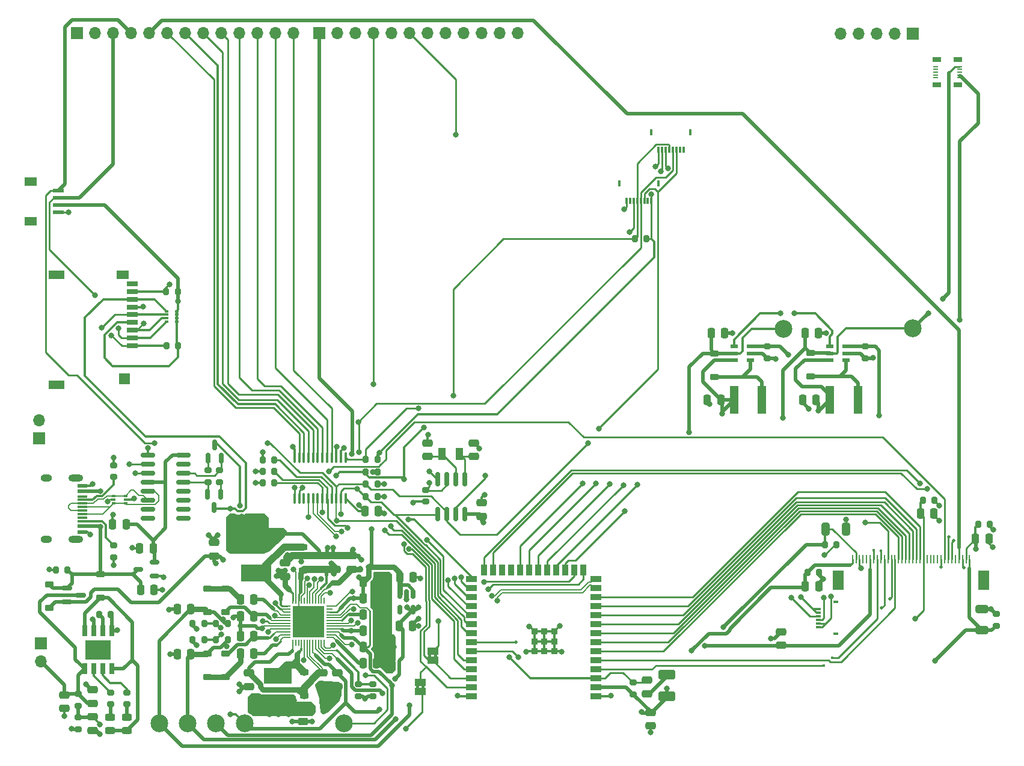
<source format=gtl>
G04 #@! TF.GenerationSoftware,KiCad,Pcbnew,7.0.9-7.0.9~ubuntu22.04.1*
G04 #@! TF.CreationDate,2024-04-13T14:40:37+02:00*
G04 #@! TF.ProjectId,v7-kaleido,76372d6b-616c-4656-9964-6f2e6b696361,1.1*
G04 #@! TF.SameCoordinates,Original*
G04 #@! TF.FileFunction,Copper,L1,Top*
G04 #@! TF.FilePolarity,Positive*
%FSLAX46Y46*%
G04 Gerber Fmt 4.6, Leading zero omitted, Abs format (unit mm)*
G04 Created by KiCad (PCBNEW 7.0.9-7.0.9~ubuntu22.04.1) date 2024-04-13 14:40:37*
%MOMM*%
%LPD*%
G01*
G04 APERTURE LIST*
G04 Aperture macros list*
%AMRoundRect*
0 Rectangle with rounded corners*
0 $1 Rounding radius*
0 $2 $3 $4 $5 $6 $7 $8 $9 X,Y pos of 4 corners*
0 Add a 4 corners polygon primitive as box body*
4,1,4,$2,$3,$4,$5,$6,$7,$8,$9,$2,$3,0*
0 Add four circle primitives for the rounded corners*
1,1,$1+$1,$2,$3*
1,1,$1+$1,$4,$5*
1,1,$1+$1,$6,$7*
1,1,$1+$1,$8,$9*
0 Add four rect primitives between the rounded corners*
20,1,$1+$1,$2,$3,$4,$5,0*
20,1,$1+$1,$4,$5,$6,$7,0*
20,1,$1+$1,$6,$7,$8,$9,0*
20,1,$1+$1,$8,$9,$2,$3,0*%
G04 Aperture macros list end*
G04 #@! TA.AperFunction,SMDPad,CuDef*
%ADD10RoundRect,0.200000X-0.200000X-0.275000X0.200000X-0.275000X0.200000X0.275000X-0.200000X0.275000X0*%
G04 #@! TD*
G04 #@! TA.AperFunction,SMDPad,CuDef*
%ADD11RoundRect,0.150000X0.150000X-0.587500X0.150000X0.587500X-0.150000X0.587500X-0.150000X-0.587500X0*%
G04 #@! TD*
G04 #@! TA.AperFunction,SMDPad,CuDef*
%ADD12RoundRect,0.200000X-0.275000X0.200000X-0.275000X-0.200000X0.275000X-0.200000X0.275000X0.200000X0*%
G04 #@! TD*
G04 #@! TA.AperFunction,SMDPad,CuDef*
%ADD13RoundRect,0.200000X0.275000X-0.200000X0.275000X0.200000X-0.275000X0.200000X-0.275000X-0.200000X0*%
G04 #@! TD*
G04 #@! TA.AperFunction,SMDPad,CuDef*
%ADD14RoundRect,0.150000X-0.150000X0.587500X-0.150000X-0.587500X0.150000X-0.587500X0.150000X0.587500X0*%
G04 #@! TD*
G04 #@! TA.AperFunction,SMDPad,CuDef*
%ADD15RoundRect,0.250000X0.250000X0.475000X-0.250000X0.475000X-0.250000X-0.475000X0.250000X-0.475000X0*%
G04 #@! TD*
G04 #@! TA.AperFunction,SMDPad,CuDef*
%ADD16RoundRect,0.250000X-0.475000X0.250000X-0.475000X-0.250000X0.475000X-0.250000X0.475000X0.250000X0*%
G04 #@! TD*
G04 #@! TA.AperFunction,SMDPad,CuDef*
%ADD17RoundRect,0.243750X-0.456250X0.243750X-0.456250X-0.243750X0.456250X-0.243750X0.456250X0.243750X0*%
G04 #@! TD*
G04 #@! TA.AperFunction,SMDPad,CuDef*
%ADD18RoundRect,0.250000X0.475000X-0.250000X0.475000X0.250000X-0.475000X0.250000X-0.475000X-0.250000X0*%
G04 #@! TD*
G04 #@! TA.AperFunction,SMDPad,CuDef*
%ADD19RoundRect,0.250000X0.650000X-0.325000X0.650000X0.325000X-0.650000X0.325000X-0.650000X-0.325000X0*%
G04 #@! TD*
G04 #@! TA.AperFunction,SMDPad,CuDef*
%ADD20RoundRect,0.250000X-0.250000X-0.475000X0.250000X-0.475000X0.250000X0.475000X-0.250000X0.475000X0*%
G04 #@! TD*
G04 #@! TA.AperFunction,SMDPad,CuDef*
%ADD21RoundRect,0.250000X-0.325000X-0.650000X0.325000X-0.650000X0.325000X0.650000X-0.325000X0.650000X0*%
G04 #@! TD*
G04 #@! TA.AperFunction,SMDPad,CuDef*
%ADD22RoundRect,0.200000X0.200000X0.275000X-0.200000X0.275000X-0.200000X-0.275000X0.200000X-0.275000X0*%
G04 #@! TD*
G04 #@! TA.AperFunction,SMDPad,CuDef*
%ADD23RoundRect,0.100000X-0.100000X0.637500X-0.100000X-0.637500X0.100000X-0.637500X0.100000X0.637500X0*%
G04 #@! TD*
G04 #@! TA.AperFunction,SMDPad,CuDef*
%ADD24RoundRect,0.250000X0.925000X-0.412500X0.925000X0.412500X-0.925000X0.412500X-0.925000X-0.412500X0*%
G04 #@! TD*
G04 #@! TA.AperFunction,SMDPad,CuDef*
%ADD25R,3.900000X2.200000*%
G04 #@! TD*
G04 #@! TA.AperFunction,SMDPad,CuDef*
%ADD26R,4.200000X2.400000*%
G04 #@! TD*
G04 #@! TA.AperFunction,SMDPad,CuDef*
%ADD27R,0.850000X0.200000*%
G04 #@! TD*
G04 #@! TA.AperFunction,SMDPad,CuDef*
%ADD28R,0.200000X0.850000*%
G04 #@! TD*
G04 #@! TA.AperFunction,ComponentPad*
%ADD29C,0.508000*%
G04 #@! TD*
G04 #@! TA.AperFunction,SMDPad,CuDef*
%ADD30R,4.399999X4.399999*%
G04 #@! TD*
G04 #@! TA.AperFunction,SMDPad,CuDef*
%ADD31RoundRect,0.225000X-0.375000X0.225000X-0.375000X-0.225000X0.375000X-0.225000X0.375000X0.225000X0*%
G04 #@! TD*
G04 #@! TA.AperFunction,SMDPad,CuDef*
%ADD32RoundRect,0.225000X0.375000X-0.225000X0.375000X0.225000X-0.375000X0.225000X-0.375000X-0.225000X0*%
G04 #@! TD*
G04 #@! TA.AperFunction,SMDPad,CuDef*
%ADD33C,2.500000*%
G04 #@! TD*
G04 #@! TA.AperFunction,SMDPad,CuDef*
%ADD34R,0.650000X1.500000*%
G04 #@! TD*
G04 #@! TA.AperFunction,SMDPad,CuDef*
%ADD35R,3.600000X2.700000*%
G04 #@! TD*
G04 #@! TA.AperFunction,ComponentPad*
%ADD36R,1.700000X1.700000*%
G04 #@! TD*
G04 #@! TA.AperFunction,ComponentPad*
%ADD37O,1.700000X1.700000*%
G04 #@! TD*
G04 #@! TA.AperFunction,SMDPad,CuDef*
%ADD38R,0.800000X0.230000*%
G04 #@! TD*
G04 #@! TA.AperFunction,SMDPad,CuDef*
%ADD39R,1.200000X0.700000*%
G04 #@! TD*
G04 #@! TA.AperFunction,SMDPad,CuDef*
%ADD40RoundRect,0.150000X0.512500X0.150000X-0.512500X0.150000X-0.512500X-0.150000X0.512500X-0.150000X0*%
G04 #@! TD*
G04 #@! TA.AperFunction,SMDPad,CuDef*
%ADD41R,0.500000X0.375000*%
G04 #@! TD*
G04 #@! TA.AperFunction,SMDPad,CuDef*
%ADD42R,0.650000X0.300000*%
G04 #@! TD*
G04 #@! TA.AperFunction,SMDPad,CuDef*
%ADD43R,1.257300X4.013200*%
G04 #@! TD*
G04 #@! TA.AperFunction,SMDPad,CuDef*
%ADD44R,1.600000X2.800000*%
G04 #@! TD*
G04 #@! TA.AperFunction,SMDPad,CuDef*
%ADD45R,0.250000X1.300000*%
G04 #@! TD*
G04 #@! TA.AperFunction,SMDPad,CuDef*
%ADD46RoundRect,0.150000X-0.587500X-0.150000X0.587500X-0.150000X0.587500X0.150000X-0.587500X0.150000X0*%
G04 #@! TD*
G04 #@! TA.AperFunction,SMDPad,CuDef*
%ADD47R,1.500000X1.000000*%
G04 #@! TD*
G04 #@! TA.AperFunction,SMDPad,CuDef*
%ADD48R,1.070000X0.530000*%
G04 #@! TD*
G04 #@! TA.AperFunction,SMDPad,CuDef*
%ADD49R,0.355600X0.838200*%
G04 #@! TD*
G04 #@! TA.AperFunction,SMDPad,CuDef*
%ADD50R,0.406400X0.838200*%
G04 #@! TD*
G04 #@! TA.AperFunction,SMDPad,CuDef*
%ADD51RoundRect,0.150000X-0.150000X0.825000X-0.150000X-0.825000X0.150000X-0.825000X0.150000X0.825000X0*%
G04 #@! TD*
G04 #@! TA.AperFunction,SMDPad,CuDef*
%ADD52R,0.800000X0.300000*%
G04 #@! TD*
G04 #@! TA.AperFunction,SMDPad,CuDef*
%ADD53R,0.800000X0.400000*%
G04 #@! TD*
G04 #@! TA.AperFunction,SMDPad,CuDef*
%ADD54RoundRect,0.150000X-0.150000X0.512500X-0.150000X-0.512500X0.150000X-0.512500X0.150000X0.512500X0*%
G04 #@! TD*
G04 #@! TA.AperFunction,SMDPad,CuDef*
%ADD55R,1.550000X0.600000*%
G04 #@! TD*
G04 #@! TA.AperFunction,SMDPad,CuDef*
%ADD56R,1.800000X1.200000*%
G04 #@! TD*
G04 #@! TA.AperFunction,SMDPad,CuDef*
%ADD57R,1.500000X0.900000*%
G04 #@! TD*
G04 #@! TA.AperFunction,SMDPad,CuDef*
%ADD58R,0.900000X1.500000*%
G04 #@! TD*
G04 #@! TA.AperFunction,SMDPad,CuDef*
%ADD59R,0.900000X0.900000*%
G04 #@! TD*
G04 #@! TA.AperFunction,SMDPad,CuDef*
%ADD60R,0.609600X0.355600*%
G04 #@! TD*
G04 #@! TA.AperFunction,SMDPad,CuDef*
%ADD61RoundRect,0.150000X-0.825000X-0.150000X0.825000X-0.150000X0.825000X0.150000X-0.825000X0.150000X0*%
G04 #@! TD*
G04 #@! TA.AperFunction,SMDPad,CuDef*
%ADD62R,1.450000X0.600000*%
G04 #@! TD*
G04 #@! TA.AperFunction,SMDPad,CuDef*
%ADD63R,1.450000X0.300000*%
G04 #@! TD*
G04 #@! TA.AperFunction,ComponentPad*
%ADD64O,2.100000X1.000000*%
G04 #@! TD*
G04 #@! TA.AperFunction,ComponentPad*
%ADD65O,1.600000X1.000000*%
G04 #@! TD*
G04 #@! TA.AperFunction,SMDPad,CuDef*
%ADD66R,1.600000X0.700000*%
G04 #@! TD*
G04 #@! TA.AperFunction,SMDPad,CuDef*
%ADD67R,1.500000X1.600000*%
G04 #@! TD*
G04 #@! TA.AperFunction,SMDPad,CuDef*
%ADD68R,2.200000X1.200000*%
G04 #@! TD*
G04 #@! TA.AperFunction,SMDPad,CuDef*
%ADD69R,1.000000X1.800000*%
G04 #@! TD*
G04 #@! TA.AperFunction,ViaPad*
%ADD70C,0.800000*%
G04 #@! TD*
G04 #@! TA.AperFunction,ViaPad*
%ADD71C,0.450000*%
G04 #@! TD*
G04 #@! TA.AperFunction,ViaPad*
%ADD72C,0.500000*%
G04 #@! TD*
G04 #@! TA.AperFunction,Conductor*
%ADD73C,1.000000*%
G04 #@! TD*
G04 #@! TA.AperFunction,Conductor*
%ADD74C,0.500000*%
G04 #@! TD*
G04 #@! TA.AperFunction,Conductor*
%ADD75C,0.300000*%
G04 #@! TD*
G04 #@! TA.AperFunction,Conductor*
%ADD76C,0.200000*%
G04 #@! TD*
G04 #@! TA.AperFunction,Conductor*
%ADD77C,0.250000*%
G04 #@! TD*
G04 #@! TA.AperFunction,Conductor*
%ADD78C,0.750000*%
G04 #@! TD*
G04 APERTURE END LIST*
G04 #@! TA.AperFunction,EtchedComponent*
G36*
X116468500Y-138965693D02*
G01*
X116068500Y-138965693D01*
X116068500Y-138465693D01*
X116468500Y-138465693D01*
X116468500Y-138965693D01*
G37*
G04 #@! TD.AperFunction*
G04 #@! TA.AperFunction,EtchedComponent*
G36*
X115668500Y-138965693D02*
G01*
X115268500Y-138965693D01*
X115268500Y-138465693D01*
X115668500Y-138465693D01*
X115668500Y-138965693D01*
G37*
G04 #@! TD.AperFunction*
G04 #@! TA.AperFunction,EtchedComponent*
G36*
X118196500Y-134593693D02*
G01*
X117796500Y-134593693D01*
X117796500Y-134093693D01*
X118196500Y-134093693D01*
X118196500Y-134593693D01*
G37*
G04 #@! TD.AperFunction*
G04 #@! TA.AperFunction,EtchedComponent*
G36*
X117396500Y-134593693D02*
G01*
X116996500Y-134593693D01*
X116996500Y-134093693D01*
X117396500Y-134093693D01*
X117396500Y-134593693D01*
G37*
G04 #@! TD.AperFunction*
D10*
X108171500Y-108443693D03*
X109821500Y-108443693D03*
D11*
X85946500Y-106506193D03*
X87846500Y-106506193D03*
X86896500Y-104631193D03*
D12*
X85996500Y-108243693D03*
X85996500Y-109893693D03*
D13*
X87596500Y-109893693D03*
X87596500Y-108243693D03*
D14*
X87746500Y-111606193D03*
X85846500Y-111606193D03*
X86796500Y-113481193D03*
D15*
X114796500Y-130143693D03*
X112896500Y-130143693D03*
D16*
X69696500Y-139143693D03*
X69696500Y-141043693D03*
D17*
X74554500Y-143005693D03*
X74554500Y-144880693D03*
D12*
X72246500Y-139518693D03*
X72246500Y-141168693D03*
X74554500Y-139518693D03*
X74554500Y-141168693D03*
D17*
X72141500Y-143005693D03*
X72141500Y-144880693D03*
D18*
X148296500Y-144193693D03*
X148296500Y-142293693D03*
X69696500Y-144843693D03*
X69696500Y-142943693D03*
D15*
X109706500Y-135413693D03*
X107806500Y-135413693D03*
D18*
X166690000Y-132880000D03*
X166690000Y-130980000D03*
D19*
X194955000Y-130750000D03*
X194955000Y-127800000D03*
D20*
X170062000Y-124520000D03*
X171962000Y-124520000D03*
D21*
X172890000Y-116490000D03*
X175840000Y-116490000D03*
D20*
X194030000Y-117880000D03*
X195930000Y-117880000D03*
D22*
X95321500Y-106743693D03*
X93671500Y-106743693D03*
D13*
X107177700Y-140015293D03*
X107177700Y-138365293D03*
X196955000Y-130100000D03*
X196955000Y-128450000D03*
D10*
X170365000Y-122590000D03*
X172015000Y-122590000D03*
X172840000Y-118690000D03*
X174490000Y-118690000D03*
X194405000Y-115848000D03*
X196055000Y-115848000D03*
D12*
X109209700Y-138365293D03*
X109209700Y-140015293D03*
D23*
X105321500Y-106443693D03*
X104671500Y-106443693D03*
X104021500Y-106443693D03*
X103371500Y-106443693D03*
X102721500Y-106443693D03*
X102071500Y-106443693D03*
X101421500Y-106443693D03*
X100771500Y-106443693D03*
X100121500Y-106443693D03*
X99471500Y-106443693D03*
X98821500Y-106443693D03*
X98171500Y-106443693D03*
X98171500Y-112168693D03*
X98821500Y-112168693D03*
X99471500Y-112168693D03*
X100121500Y-112168693D03*
X100771500Y-112168693D03*
X101421500Y-112168693D03*
X102071500Y-112168693D03*
X102721500Y-112168693D03*
X103371500Y-112168693D03*
X104021500Y-112168693D03*
X104671500Y-112168693D03*
X105321500Y-112168693D03*
D16*
X106216500Y-120239693D03*
X106216500Y-122139693D03*
D24*
X150596500Y-140081193D03*
X150596500Y-137006193D03*
D20*
X107806500Y-123983693D03*
X109706500Y-123983693D03*
D22*
X88753500Y-129825693D03*
X87103500Y-129825693D03*
D25*
X95802500Y-140996693D03*
X95802500Y-137196693D03*
D26*
X92754500Y-122677693D03*
X92754500Y-118177693D03*
D22*
X85451500Y-132111693D03*
X83801500Y-132111693D03*
X88753500Y-132111693D03*
X87103500Y-132111693D03*
X85451500Y-129825693D03*
X83801500Y-129825693D03*
D18*
X99358500Y-143602693D03*
X99358500Y-141702693D03*
X104184500Y-138649693D03*
X104184500Y-136749693D03*
D15*
X92434500Y-128809693D03*
X90534500Y-128809693D03*
D20*
X90534500Y-131603693D03*
X92434500Y-131603693D03*
D16*
X147796500Y-137793693D03*
X147796500Y-139693693D03*
D27*
X103095500Y-131771694D03*
X103095500Y-131371692D03*
X103095500Y-130971693D03*
X103095500Y-130571694D03*
X103095500Y-130171692D03*
X103095500Y-129771693D03*
X103095500Y-129371693D03*
X103095500Y-128971694D03*
X103095500Y-128571692D03*
X103095500Y-128171693D03*
X103095500Y-127771694D03*
X103095500Y-127371692D03*
D28*
X102320501Y-126596693D03*
X101920499Y-126596693D03*
X101520500Y-126596693D03*
X101120501Y-126596693D03*
X100720499Y-126596693D03*
X100320500Y-126596693D03*
X99920500Y-126596693D03*
X99520501Y-126596693D03*
X99120499Y-126596693D03*
X98720500Y-126596693D03*
X98320501Y-126596693D03*
X97920499Y-126596693D03*
D27*
X97145500Y-127371692D03*
X97145500Y-127771694D03*
X97145500Y-128171693D03*
X97145500Y-128571692D03*
X97145500Y-128971694D03*
X97145500Y-129371693D03*
X97145500Y-129771693D03*
X97145500Y-130171692D03*
X97145500Y-130571694D03*
X97145500Y-130971693D03*
X97145500Y-131371692D03*
X97145500Y-131771694D03*
D28*
X97920499Y-132546693D03*
X98320501Y-132546693D03*
X98720500Y-132546693D03*
X99120499Y-132546693D03*
X99520501Y-132546693D03*
X99920500Y-132546693D03*
X100320500Y-132546693D03*
X100720499Y-132546693D03*
X101120501Y-132546693D03*
X101520500Y-132546693D03*
X101920499Y-132546693D03*
X102320501Y-132546693D03*
D29*
X101695300Y-131146493D03*
X101695300Y-130359093D03*
X101695300Y-129571693D03*
X101695300Y-128784293D03*
X101695300Y-127996893D03*
X100907900Y-131146493D03*
X100907900Y-130359093D03*
X100907900Y-129571693D03*
X100907900Y-128784293D03*
X100907900Y-127996893D03*
X100120500Y-131146493D03*
X100120500Y-130359093D03*
X100120500Y-129571693D03*
D30*
X100120500Y-129571693D03*
D29*
X100120500Y-128784293D03*
X100120500Y-127996893D03*
X99333100Y-131146493D03*
X99333100Y-130359093D03*
X99333100Y-129571693D03*
X99333100Y-128784293D03*
X99333100Y-127996893D03*
X98545700Y-131146493D03*
X98545700Y-130359093D03*
X98545700Y-129571693D03*
X98545700Y-128784293D03*
X98545700Y-127996893D03*
D15*
X109706500Y-133127693D03*
X107806500Y-133127693D03*
D18*
X96818500Y-123155693D03*
X96818500Y-121255693D03*
D15*
X109706500Y-126269693D03*
X107806500Y-126269693D03*
D31*
X85896500Y-134017693D03*
X85896500Y-137317693D03*
D32*
X88436500Y-137317693D03*
X88436500Y-134017693D03*
D31*
X85896500Y-124873693D03*
X85896500Y-128173693D03*
D32*
X88436500Y-128173693D03*
X88436500Y-124873693D03*
D20*
X81644500Y-127793693D03*
X83544500Y-127793693D03*
D18*
X101644500Y-122139693D03*
X101644500Y-120239693D03*
D20*
X107806500Y-130841693D03*
X109706500Y-130841693D03*
X90534500Y-126396693D03*
X92434500Y-126396693D03*
D18*
X103930500Y-122139693D03*
X103930500Y-120239693D03*
D20*
X90534500Y-134016693D03*
X92434500Y-134016693D03*
D15*
X83544500Y-134143693D03*
X81644500Y-134143693D03*
X109706500Y-128568393D03*
X107806500Y-128568393D03*
D18*
X102025500Y-138649693D03*
X102025500Y-136749693D03*
D32*
X99485500Y-139984693D03*
X99485500Y-136684693D03*
D20*
X112946500Y-123243693D03*
X114846500Y-123243693D03*
X186280000Y-114330000D03*
X188180000Y-114330000D03*
D10*
X186630000Y-112430000D03*
X188280000Y-112430000D03*
D31*
X99358500Y-119031693D03*
X99358500Y-122331693D03*
D12*
X67717500Y-143018693D03*
X67717500Y-144668693D03*
X67717500Y-139744693D03*
X67717500Y-141394693D03*
D16*
X86846500Y-118393693D03*
X86846500Y-120293693D03*
D18*
X91738500Y-138649693D03*
X91738500Y-136749693D03*
D33*
X87096500Y-143843693D03*
X79096500Y-143843693D03*
X91096500Y-143843693D03*
X105096500Y-143843693D03*
D20*
X108046500Y-113943693D03*
X109946500Y-113943693D03*
D12*
X145796500Y-138118693D03*
X145796500Y-139768693D03*
D22*
X109821500Y-111943693D03*
X108171500Y-111943693D03*
X109821500Y-110143693D03*
X108171500Y-110143693D03*
D10*
X93671500Y-109943693D03*
X95321500Y-109943693D03*
X93671500Y-108343693D03*
X95321500Y-108343693D03*
D33*
X83096500Y-143843693D03*
D34*
X72401500Y-130784693D03*
X71131500Y-130784693D03*
X69861500Y-130784693D03*
X68591500Y-130784693D03*
X68591500Y-136184693D03*
X69861500Y-136184693D03*
X71131500Y-136184693D03*
X72401500Y-136184693D03*
D35*
X70496500Y-133484693D03*
D32*
X70796500Y-126193693D03*
X70796500Y-122893693D03*
D22*
X72271500Y-128493693D03*
X70621500Y-128493693D03*
D36*
X62446500Y-132618693D03*
D37*
X62446500Y-135158693D03*
D33*
X167000000Y-88290000D03*
D38*
X191780000Y-52960000D03*
X188380000Y-52960000D03*
X191780000Y-52560000D03*
X188380000Y-52560000D03*
X191780000Y-52160000D03*
X188380000Y-52160000D03*
X191780000Y-51760000D03*
X188380000Y-51760000D03*
X191780000Y-51360000D03*
X188380000Y-51360000D03*
D39*
X191580000Y-53910000D03*
X188580000Y-53910000D03*
X188580000Y-50410000D03*
X191580000Y-50410000D03*
D40*
X78434000Y-123093693D03*
X78434000Y-121193693D03*
X76159000Y-122143693D03*
D41*
X72646500Y-111806193D03*
D42*
X72571500Y-112343693D03*
D41*
X72646500Y-112881193D03*
X74346500Y-112881193D03*
D42*
X74421500Y-112343693D03*
D41*
X74346500Y-111806193D03*
D20*
X72546500Y-115843693D03*
X74446500Y-115843693D03*
D43*
X160025150Y-98340000D03*
X163974850Y-98340000D03*
D44*
X174700000Y-123710000D03*
X195200000Y-123710000D03*
D45*
X176700000Y-120710000D03*
X177200000Y-120710000D03*
X177700000Y-120710000D03*
X178200000Y-120710000D03*
X178700000Y-120710000D03*
X179200000Y-120710000D03*
X179700000Y-120710000D03*
X180200000Y-120710000D03*
X180700000Y-120710000D03*
X181200000Y-120710000D03*
X181700000Y-120710000D03*
X182200000Y-120710000D03*
X182700000Y-120710000D03*
X183200000Y-120710000D03*
X183700000Y-120710000D03*
X184200000Y-120710000D03*
X184700000Y-120710000D03*
X185200000Y-120710000D03*
X185700000Y-120710000D03*
X186200000Y-120710000D03*
X186700000Y-120710000D03*
X187200000Y-120710000D03*
X187700000Y-120710000D03*
X188200000Y-120710000D03*
X188700000Y-120710000D03*
X189200000Y-120710000D03*
X189700000Y-120710000D03*
X190200000Y-120710000D03*
X190700000Y-120710000D03*
X191200000Y-120710000D03*
X191700000Y-120710000D03*
X192200000Y-120710000D03*
X192700000Y-120710000D03*
X193200000Y-120710000D03*
D46*
X66109000Y-124843693D03*
X66109000Y-126743693D03*
X67984000Y-125793693D03*
D13*
X164670000Y-92425000D03*
X164670000Y-90775000D03*
D47*
X115868500Y-138065693D03*
X115868500Y-139365693D03*
D16*
X123396500Y-104393693D03*
X123396500Y-106293693D03*
D36*
X62196500Y-103718693D03*
D37*
X62196500Y-101178693D03*
D48*
X175810000Y-92700000D03*
X175810000Y-91750000D03*
X175810000Y-90800000D03*
X173510000Y-90800000D03*
X173510000Y-91750000D03*
X173510000Y-92700000D03*
D36*
X185220000Y-46780000D03*
D37*
X182680000Y-46780000D03*
X180140000Y-46780000D03*
X177600000Y-46780000D03*
X175060000Y-46780000D03*
D49*
X144899496Y-70240000D03*
X145399622Y-70240000D03*
X145899748Y-70240000D03*
X146399874Y-70240000D03*
X146900000Y-70240000D03*
X147400126Y-70240000D03*
X147900252Y-70240000D03*
X148400378Y-70240000D03*
D50*
X149399937Y-67780000D03*
X143899937Y-67780000D03*
D51*
X122151500Y-109468693D03*
X120881500Y-109468693D03*
X119611500Y-109468693D03*
X118341500Y-109468693D03*
X118341500Y-114418693D03*
X119611500Y-114418693D03*
X120881500Y-114418693D03*
X122151500Y-114418693D03*
D13*
X72696500Y-109168693D03*
X72696500Y-107518693D03*
D10*
X80085000Y-83030000D03*
X81735000Y-83030000D03*
D52*
X171870000Y-127770000D03*
X171870000Y-128270000D03*
X171870000Y-128770000D03*
X171870000Y-129270000D03*
X171870000Y-129770000D03*
X171870000Y-130270000D03*
D53*
X174370000Y-126770000D03*
X174370000Y-131270000D03*
D22*
X66171500Y-122243693D03*
X64521500Y-122243693D03*
X109821500Y-106693693D03*
X108171500Y-106693693D03*
D54*
X114846500Y-125606193D03*
X113896500Y-125606193D03*
X112946500Y-125606193D03*
X112946500Y-127881193D03*
X114846500Y-127881193D03*
D13*
X178520000Y-92425000D03*
X178520000Y-90775000D03*
D55*
X64885000Y-68850000D03*
X64885000Y-69850000D03*
X64885000Y-70850000D03*
X64885000Y-71850000D03*
D56*
X61010000Y-67550000D03*
X61010000Y-73150000D03*
D16*
X116896500Y-104393693D03*
X116896500Y-106293693D03*
D31*
X157280000Y-91742500D03*
X157280000Y-95042500D03*
D12*
X116596500Y-110993693D03*
X116596500Y-112643693D03*
D15*
X78346500Y-125043693D03*
X76446500Y-125043693D03*
D18*
X65696500Y-141743693D03*
X65696500Y-139843693D03*
D43*
X173515150Y-98340000D03*
X177464850Y-98340000D03*
D47*
X117596500Y-133693693D03*
X117596500Y-134993693D03*
D12*
X72696500Y-118818693D03*
X72696500Y-120468693D03*
D20*
X156810000Y-88890000D03*
X158710000Y-88890000D03*
D36*
X101640000Y-46650000D03*
D37*
X104180000Y-46650000D03*
X106720000Y-46650000D03*
X109260000Y-46650000D03*
X111800000Y-46650000D03*
X114340000Y-46650000D03*
X116880000Y-46650000D03*
X119420000Y-46650000D03*
X121960000Y-46650000D03*
X124500000Y-46650000D03*
X127040000Y-46650000D03*
X129580000Y-46650000D03*
D57*
X140571500Y-140053693D03*
X140571500Y-138783693D03*
X140571500Y-137513693D03*
X140571500Y-136243693D03*
X140571500Y-134973693D03*
X140571500Y-133703693D03*
X140571500Y-132433693D03*
X140571500Y-131163693D03*
X140571500Y-129893693D03*
X140571500Y-128623693D03*
X140571500Y-127353693D03*
X140571500Y-126083693D03*
X140571500Y-124813693D03*
X140571500Y-123543693D03*
D58*
X138806500Y-122293693D03*
X137536500Y-122293693D03*
X136266500Y-122293693D03*
X134996500Y-122293693D03*
X133726500Y-122293693D03*
X132456500Y-122293693D03*
X131186500Y-122293693D03*
X129916500Y-122293693D03*
X128646500Y-122293693D03*
X127376500Y-122293693D03*
X126106500Y-122293693D03*
X124836500Y-122293693D03*
D57*
X123071500Y-123543693D03*
X123071500Y-124813693D03*
X123071500Y-126083693D03*
X123071500Y-127353693D03*
X123071500Y-128623693D03*
X123071500Y-129893693D03*
X123071500Y-131163693D03*
X123071500Y-132433693D03*
X123071500Y-133703693D03*
X123071500Y-134973693D03*
X123071500Y-136243693D03*
X123071500Y-137513693D03*
X123071500Y-138783693D03*
X123071500Y-140053693D03*
D59*
X134721500Y-133733693D03*
X134721500Y-132333693D03*
X134721500Y-130933693D03*
X133321500Y-133733693D03*
X133321500Y-132333693D03*
X133321500Y-130933693D03*
X131921500Y-133733693D03*
X131921500Y-132333693D03*
X131921500Y-130933693D03*
D20*
X169680000Y-98340000D03*
X171580000Y-98340000D03*
D22*
X81745000Y-90720000D03*
X80095000Y-90720000D03*
D31*
X170790000Y-91720000D03*
X170790000Y-95020000D03*
D36*
X67515000Y-46650000D03*
D37*
X70055000Y-46650000D03*
X72595000Y-46650000D03*
X75135000Y-46650000D03*
X77675000Y-46650000D03*
X80215000Y-46650000D03*
X82755000Y-46650000D03*
X85295000Y-46650000D03*
X87835000Y-46650000D03*
X90375000Y-46650000D03*
X92915000Y-46650000D03*
X95455000Y-46650000D03*
X97995000Y-46650000D03*
D22*
X147725000Y-75650000D03*
X146075000Y-75650000D03*
D48*
X162320000Y-92700000D03*
X162320000Y-91750000D03*
X162320000Y-90800000D03*
X160020000Y-90800000D03*
X160020000Y-91750000D03*
X160020000Y-92700000D03*
D60*
X80133000Y-85820000D03*
X80133000Y-86320126D03*
X80133000Y-86820252D03*
X80133000Y-87320378D03*
X81530000Y-87320378D03*
X81530000Y-86820252D03*
X81530000Y-86320126D03*
X81530000Y-85820000D03*
D49*
X149409118Y-63117800D03*
X149909244Y-63117800D03*
X150409370Y-63117800D03*
X150909496Y-63117800D03*
X151409622Y-63117800D03*
X151909748Y-63117800D03*
X152409874Y-63117800D03*
X152910000Y-63117800D03*
D50*
X153909559Y-60657800D03*
X148409559Y-60657800D03*
D16*
X124496500Y-112793693D03*
X124496500Y-114693693D03*
D20*
X170050000Y-88890000D03*
X171950000Y-88890000D03*
D61*
X77521500Y-106098693D03*
X77521500Y-107368693D03*
X77521500Y-108638693D03*
X77521500Y-109908693D03*
X77521500Y-111178693D03*
X77521500Y-112448693D03*
X77521500Y-113718693D03*
X77521500Y-114988693D03*
X82471500Y-114988693D03*
X82471500Y-113718693D03*
X82471500Y-112448693D03*
X82471500Y-111178693D03*
X82471500Y-109908693D03*
X82471500Y-108638693D03*
X82471500Y-107368693D03*
X82471500Y-106098693D03*
D62*
X68281500Y-110393693D03*
X68281500Y-111193693D03*
D63*
X68281500Y-112393693D03*
X68281500Y-113393693D03*
X68281500Y-113893693D03*
X68281500Y-114893693D03*
D62*
X68281500Y-116093693D03*
X68281500Y-116893693D03*
X68281500Y-116893693D03*
X68281500Y-116093693D03*
D63*
X68281500Y-115393693D03*
X68281500Y-114393693D03*
X68281500Y-112893693D03*
X68281500Y-111893693D03*
D62*
X68281500Y-111193693D03*
X68281500Y-110393693D03*
D64*
X67366500Y-109323693D03*
D65*
X63186500Y-109323693D03*
D64*
X67366500Y-117963693D03*
D65*
X63186500Y-117963693D03*
D20*
X156250000Y-98340000D03*
X158150000Y-98340000D03*
D33*
X185240000Y-88240000D03*
D20*
X76346500Y-119243693D03*
X78246500Y-119243693D03*
D32*
X63596500Y-127593693D03*
X63596500Y-124293693D03*
D66*
X75270000Y-90720000D03*
X75270000Y-89620000D03*
X75270000Y-88520000D03*
X75270000Y-87420000D03*
X75270000Y-86320000D03*
X75270000Y-85220000D03*
X75270000Y-84120000D03*
X75270000Y-83020000D03*
X75270000Y-81920000D03*
D67*
X74220000Y-95320000D03*
D68*
X64670000Y-96220000D03*
X64670000Y-80720000D03*
D56*
X73970000Y-80720000D03*
D69*
X121396500Y-105893693D03*
X118896500Y-105893693D03*
D70*
X170540000Y-99540000D03*
X148061529Y-139795403D03*
X104056000Y-104943693D03*
X103755499Y-139843693D03*
X111096500Y-132093693D03*
X105096500Y-105043693D03*
X69696500Y-110143693D03*
X96296500Y-116743693D03*
X72696500Y-121543693D03*
X111096500Y-127593693D03*
X106089500Y-129365693D03*
X116996500Y-103243693D03*
X102846500Y-119093693D03*
X100596500Y-143593693D03*
D71*
X179690000Y-119490000D03*
D70*
X72596500Y-114443693D03*
X196210000Y-127800000D03*
X103168500Y-125507693D03*
X63596500Y-122143693D03*
X109596500Y-129593693D03*
X93896500Y-115343693D03*
X106470500Y-127745693D03*
X124196500Y-105143693D03*
X103596500Y-119093693D03*
D72*
X192420000Y-121900000D03*
D70*
X172563000Y-123500000D03*
X75296500Y-119143693D03*
X124896500Y-111643693D03*
X113896500Y-126443693D03*
X93696500Y-105643693D03*
X111398781Y-123366052D03*
X89496500Y-115343693D03*
X65696500Y-142843693D03*
X68746500Y-138343693D03*
X135496500Y-130143693D03*
X80496500Y-127843693D03*
X66370000Y-71870000D03*
X102346500Y-141843693D03*
X89493186Y-128947792D03*
X117092000Y-108343693D03*
X92896500Y-114743693D03*
X90346500Y-138343693D03*
X156556992Y-98876992D03*
X91896500Y-115343693D03*
X79696500Y-123243693D03*
X71805082Y-112651705D03*
X112096500Y-133093693D03*
X103548243Y-132874950D03*
X90534500Y-130155693D03*
X173010000Y-88900000D03*
D72*
X189190000Y-121850000D03*
D70*
X148970000Y-65460000D03*
X188930000Y-115309000D03*
X115636500Y-130093693D03*
X103040500Y-138649693D03*
X142696500Y-139943693D03*
X115596500Y-129093693D03*
X135796500Y-133743693D03*
X97896500Y-104943693D03*
X177910000Y-122030000D03*
X88896500Y-118943693D03*
D71*
X180710000Y-119510000D03*
D70*
X108096500Y-140383693D03*
X121096500Y-139943693D03*
X93593277Y-130438096D03*
X89496500Y-117743693D03*
X101846500Y-139843693D03*
X111096500Y-129843693D03*
X87346500Y-117343693D03*
X90346500Y-139343693D03*
X179580000Y-92410000D03*
X66746500Y-144593693D03*
X99463781Y-134928356D03*
X165883008Y-92583008D03*
X84346500Y-132843693D03*
X144540000Y-71490000D03*
X148296500Y-145143693D03*
X196430000Y-119023000D03*
X175830000Y-115135000D03*
X80596500Y-134093693D03*
X77496500Y-105043693D03*
X95696500Y-117943693D03*
X102846500Y-140843693D03*
X99096500Y-121093693D03*
X102700500Y-120239693D03*
X107596500Y-120843693D03*
X90696500Y-114743693D03*
X188930000Y-113209000D03*
X130796500Y-133743693D03*
X72696500Y-106443693D03*
X70746500Y-145343693D03*
X110802000Y-114277708D03*
X69396500Y-117243693D03*
X172780000Y-120160000D03*
X76810000Y-85210000D03*
X196530000Y-116623000D03*
X97112034Y-120109227D03*
X115896500Y-123443693D03*
X98950500Y-120239693D03*
X159800000Y-88900000D03*
X79496500Y-125043693D03*
X88896500Y-116543693D03*
X69696500Y-129243693D03*
X97846500Y-143593693D03*
X86096500Y-117343693D03*
X109596500Y-131843693D03*
X111096500Y-125343693D03*
X131196500Y-130243693D03*
X73196500Y-130743693D03*
X109480000Y-127343693D03*
X84346500Y-130593693D03*
X106396500Y-119343693D03*
X111096500Y-133843693D03*
X165250000Y-131930000D03*
X95548500Y-131984693D03*
X88596500Y-133007691D03*
X188300000Y-135060000D03*
X112410000Y-143290000D03*
X158542922Y-130322922D03*
X88096500Y-129183695D03*
X95373246Y-128680722D03*
X114296500Y-141340000D03*
X154069310Y-133635000D03*
X111862622Y-138518814D03*
X194120000Y-119280000D03*
X89096500Y-142593693D03*
X100220490Y-124364693D03*
X110121992Y-141941992D03*
X128381228Y-134575066D03*
X90425135Y-113163763D03*
X178540000Y-115580000D03*
X98160000Y-110680000D03*
X108180000Y-137080000D03*
X107380000Y-122130000D03*
X185540000Y-129100000D03*
X99296500Y-110643693D03*
X102996500Y-108343693D03*
X74896500Y-107343693D03*
X111696500Y-116043693D03*
X75696500Y-108643693D03*
X110896500Y-116643693D03*
X110545395Y-139593693D03*
X155947922Y-132917922D03*
X70796500Y-111143693D03*
X75562837Y-112210030D03*
X70796500Y-116143693D03*
X70730440Y-144008136D03*
X113836500Y-144643693D03*
X186180000Y-110060000D03*
D72*
X190950000Y-118120000D03*
D70*
X103346500Y-121343693D03*
X106089500Y-130841693D03*
X95422757Y-126903436D03*
X103636500Y-122794693D03*
X70050000Y-83570000D03*
X107096500Y-101443693D03*
X104694807Y-114345386D03*
X107196500Y-105643693D03*
X100924161Y-123571352D03*
X106996500Y-110843693D03*
X78470000Y-104360000D03*
X139505000Y-104362699D03*
X140970000Y-102390000D03*
X101891748Y-123536440D03*
X94380000Y-104360000D03*
X104096500Y-115343693D03*
X102096500Y-114143693D03*
X98024294Y-122216930D03*
X105610156Y-116335158D03*
X106196500Y-132743693D03*
X125396500Y-124943693D03*
X120500000Y-97750000D03*
X115638557Y-99510000D03*
X116796500Y-118043693D03*
X107064129Y-129685937D03*
X104796500Y-116843693D03*
X103996500Y-117543693D03*
X106293592Y-125329363D03*
X99972856Y-123437697D03*
X100096500Y-114843693D03*
X108596500Y-121843693D03*
X106484444Y-126269693D03*
X100596500Y-141593693D03*
X95846500Y-122343693D03*
X92096500Y-140343693D03*
X107188759Y-123290140D03*
X94596500Y-142593693D03*
X93346500Y-142343693D03*
X106196500Y-105943693D03*
X95596500Y-123093693D03*
X108996500Y-116543693D03*
X93346500Y-140343693D03*
X158370000Y-100210000D03*
X97346500Y-142593693D03*
X93346500Y-141343693D03*
X171950000Y-99840000D03*
X98096500Y-141843693D03*
X87096500Y-121343693D03*
X96846500Y-122343693D03*
X88096500Y-120843693D03*
X92096500Y-141343693D03*
X98096500Y-140593693D03*
X95846500Y-142593693D03*
X113996500Y-127543693D03*
X103041500Y-134676693D03*
X112332870Y-137580000D03*
X92696500Y-108343693D03*
X92696500Y-109943693D03*
X148400000Y-69330000D03*
X124781000Y-115590000D03*
X110796500Y-111943693D03*
X110802000Y-110143693D03*
X150574097Y-139790000D03*
X81735000Y-84430000D03*
X115596500Y-127543693D03*
X107196500Y-113143693D03*
X114812000Y-112743693D03*
X109131000Y-108443693D03*
X146996500Y-142243693D03*
X149746990Y-66160767D03*
X110096500Y-105743693D03*
X150596500Y-138943693D03*
X187390000Y-86100000D03*
X166940000Y-100810000D03*
X189470000Y-84050000D03*
X169460000Y-126110000D03*
X126667732Y-126614925D03*
X125925268Y-125872461D03*
X80550000Y-82060000D03*
X109260000Y-96090000D03*
X113556000Y-118643693D03*
X114269737Y-119284961D03*
X72360000Y-89220000D03*
X124796500Y-123943693D03*
X120830000Y-60980000D03*
X119777470Y-123700645D03*
X120713235Y-123488543D03*
X121645234Y-123260457D03*
X124996500Y-108943693D03*
X117096500Y-109943693D03*
X118396500Y-129434193D03*
X89096500Y-113643693D03*
X114196500Y-115128193D03*
X103996500Y-108943693D03*
X116376500Y-102218193D03*
X113596500Y-109443693D03*
X187210000Y-110860000D03*
D72*
X190320000Y-117620000D03*
D71*
X172710000Y-135690000D03*
X173850000Y-134590000D03*
D70*
X153700000Y-102840000D03*
X168140000Y-126150000D03*
X145287961Y-74657963D03*
X144640000Y-113940000D03*
X150700000Y-65720000D03*
D72*
X129360000Y-132450000D03*
X181950000Y-126290000D03*
D70*
X129690366Y-134541013D03*
D72*
X180825000Y-127600000D03*
D70*
X93697500Y-129444693D03*
X87725776Y-130391312D03*
X87846500Y-131343693D03*
X94411205Y-130940687D03*
X168510000Y-86150000D03*
X144440000Y-110310000D03*
X142540000Y-110160000D03*
X166540000Y-86150000D03*
X140570000Y-110080000D03*
X73360000Y-88210000D03*
X76910000Y-87530000D03*
X138730000Y-110080000D03*
X172660000Y-126170000D03*
X167660000Y-91930000D03*
X191840000Y-87050000D03*
X173690000Y-126010000D03*
X180470000Y-100520000D03*
X146410000Y-110270000D03*
X71000000Y-88180000D03*
D73*
X98950500Y-120239693D02*
X102700500Y-120239693D01*
X102700500Y-120239693D02*
X106216500Y-120239693D01*
D74*
X103040500Y-138649693D02*
X104184500Y-138649693D01*
X101644500Y-119529691D02*
X101644500Y-120239693D01*
D75*
X134721500Y-133733693D02*
X135786500Y-133733693D01*
D76*
X102384499Y-125507693D02*
X103168500Y-125507693D01*
D74*
X91738500Y-138649693D02*
X91040500Y-138649693D01*
D77*
X192200000Y-120710000D02*
X192200000Y-121680000D01*
D74*
X102025500Y-138649693D02*
X102025500Y-139664693D01*
D76*
X101920499Y-126596693D02*
X101920499Y-125971693D01*
X102320501Y-133030565D02*
X102544629Y-133254693D01*
D75*
X114846500Y-123243693D02*
X115696500Y-123243693D01*
X68281500Y-110393693D02*
X69446500Y-110393693D01*
X72546500Y-114493693D02*
X72596500Y-114443693D01*
D74*
X106216500Y-120239693D02*
X107200500Y-120239693D01*
X83801500Y-132111693D02*
X83801500Y-132298693D01*
D75*
X142586500Y-140053693D02*
X142696500Y-139943693D01*
D74*
X169680000Y-98340000D02*
X169680000Y-98680000D01*
X80646500Y-134143693D02*
X80596500Y-134093693D01*
X107728100Y-140015293D02*
X108096500Y-140383693D01*
X66821500Y-144668693D02*
X66746500Y-144593693D01*
D77*
X179700000Y-119500000D02*
X179690000Y-119490000D01*
D74*
X96296500Y-116743693D02*
X96706510Y-117153703D01*
X86846500Y-118393693D02*
X86846500Y-118093693D01*
X114796500Y-130143693D02*
X115586500Y-130143693D01*
X69546500Y-139143693D02*
X68746500Y-138343693D01*
D75*
X121206500Y-140053693D02*
X121096500Y-139943693D01*
D76*
X102544629Y-133254693D02*
X103168500Y-133254693D01*
D74*
X99358500Y-143602693D02*
X97855500Y-143602693D01*
D76*
X93859681Y-130171692D02*
X93593277Y-130438096D01*
D75*
X131921500Y-132333693D02*
X134721500Y-132333693D01*
X109946500Y-113943693D02*
X110467985Y-113943693D01*
D77*
X144899496Y-70240000D02*
X144899496Y-71130504D01*
D74*
X90534500Y-131603693D02*
X90534500Y-130155693D01*
D75*
X188180000Y-114559000D02*
X188930000Y-115309000D01*
X131921500Y-133733693D02*
X131921500Y-130933693D01*
D74*
X150596500Y-137260432D02*
X148061529Y-139795403D01*
X177845000Y-91750000D02*
X178520000Y-92425000D01*
D75*
X131921500Y-130933693D02*
X134721500Y-130933693D01*
X135786500Y-133733693D02*
X135796500Y-133743693D01*
D77*
X66350000Y-71850000D02*
X66370000Y-71870000D01*
D75*
X124496500Y-112793693D02*
X124496500Y-112043693D01*
X133321500Y-133733693D02*
X133321500Y-130933693D01*
D74*
X90534500Y-128809693D02*
X89631285Y-128809693D01*
X179565000Y-92425000D02*
X179580000Y-92410000D01*
D76*
X99530509Y-132556701D02*
X99530509Y-134861628D01*
D75*
X196055000Y-116148000D02*
X196530000Y-116623000D01*
D77*
X144899496Y-71130504D02*
X144540000Y-71490000D01*
X171913000Y-122800000D02*
X171913000Y-122850000D01*
D75*
X78434000Y-123093693D02*
X79546500Y-123093693D01*
X93671500Y-105668693D02*
X93696500Y-105643693D01*
D74*
X104184500Y-139414692D02*
X103755499Y-139843693D01*
D75*
X77521500Y-105068693D02*
X77496500Y-105043693D01*
D74*
X102025500Y-139664693D02*
X101846500Y-139843693D01*
X196955000Y-128450000D02*
X196860000Y-128450000D01*
X172015000Y-122590000D02*
X172015000Y-122952000D01*
X106216500Y-119523693D02*
X106216500Y-120239693D01*
X89631285Y-128809693D02*
X89493186Y-128947792D01*
D75*
X130806500Y-133733693D02*
X130796500Y-133743693D01*
X104021500Y-104978193D02*
X104056000Y-104943693D01*
D77*
X189200000Y-121840000D02*
X189190000Y-121850000D01*
X64885000Y-71850000D02*
X66350000Y-71850000D01*
D74*
X103596500Y-119905693D02*
X103930500Y-120239693D01*
X69696500Y-139143693D02*
X69546500Y-139143693D01*
X108096500Y-140383693D02*
X108149700Y-140383693D01*
X86846500Y-118093693D02*
X86096500Y-117343693D01*
D76*
X105924237Y-127745693D02*
X106470500Y-127745693D01*
D77*
X177700000Y-121820000D02*
X177910000Y-122030000D01*
D74*
X108149700Y-140383693D02*
X108518100Y-140015293D01*
D75*
X123396500Y-104393693D02*
X123446500Y-104393693D01*
X188280000Y-112559000D02*
X188930000Y-113209000D01*
D74*
X150596500Y-137006193D02*
X150596500Y-137260432D01*
X164670000Y-92425000D02*
X165725000Y-92425000D01*
X91040500Y-138649693D02*
X90346500Y-139343693D01*
D77*
X180700000Y-119520000D02*
X180710000Y-119510000D01*
D74*
X102025500Y-138649693D02*
X103040500Y-138649693D01*
X90534500Y-130155693D02*
X90534500Y-128809693D01*
X163995000Y-91750000D02*
X164670000Y-92425000D01*
X159790000Y-88890000D02*
X159800000Y-88900000D01*
D75*
X76346500Y-119243693D02*
X75396500Y-119243693D01*
X110467985Y-113943693D02*
X110802000Y-114277708D01*
D74*
X96818500Y-120402761D02*
X97112034Y-120109227D01*
D75*
X76800000Y-85220000D02*
X76810000Y-85210000D01*
D74*
X175810000Y-91750000D02*
X177845000Y-91750000D01*
D77*
X179700000Y-120710000D02*
X179700000Y-119500000D01*
X174250000Y-118690000D02*
X172780000Y-120160000D01*
D74*
X83801500Y-129825693D02*
X83801500Y-130048693D01*
X86846500Y-117843693D02*
X87346500Y-117343693D01*
D75*
X134721500Y-133733693D02*
X131921500Y-133733693D01*
D74*
X106216500Y-120239693D02*
X106992500Y-120239693D01*
X69696500Y-144843693D02*
X70246500Y-144843693D01*
X83801500Y-132298693D02*
X84346500Y-132843693D01*
X158710000Y-88890000D02*
X159790000Y-88890000D01*
D73*
X96818500Y-121255693D02*
X97834500Y-120239693D01*
D74*
X114796500Y-130143693D02*
X114796500Y-129893693D01*
D75*
X104021500Y-106443693D02*
X104021500Y-104978193D01*
D77*
X175840000Y-115145000D02*
X175830000Y-115135000D01*
D75*
X104671500Y-106443693D02*
X104671500Y-105468693D01*
D74*
X171950000Y-88890000D02*
X173000000Y-88890000D01*
X104184500Y-138649693D02*
X104184500Y-139414692D01*
D75*
X69046500Y-116893693D02*
X69396500Y-117243693D01*
D74*
X106992500Y-120239693D02*
X107596500Y-120843693D01*
D73*
X97834500Y-120239693D02*
X98950500Y-120239693D01*
D75*
X123446500Y-104393693D02*
X124196500Y-105143693D01*
D74*
X196860000Y-128450000D02*
X196210000Y-127800000D01*
D75*
X147796500Y-139693693D02*
X147898210Y-139795403D01*
D74*
X172015000Y-122952000D02*
X172563000Y-123500000D01*
D76*
X72113094Y-112343693D02*
X71805082Y-112651705D01*
D75*
X98171500Y-106443693D02*
X98171500Y-105218693D01*
D74*
X102700500Y-119239693D02*
X102846500Y-119093693D01*
D75*
X140571500Y-140053693D02*
X142586500Y-140053693D01*
D76*
X103095500Y-128971694D02*
X104698236Y-128971694D01*
D75*
X123071500Y-140053693D02*
X121206500Y-140053693D01*
D74*
X96706510Y-117153703D02*
X99268512Y-117153703D01*
D75*
X195930000Y-117880000D02*
X195930000Y-118523000D01*
X124496500Y-112043693D02*
X124896500Y-111643693D01*
D76*
X99530509Y-134861628D02*
X99463781Y-134928356D01*
D74*
X72401500Y-128623693D02*
X72271500Y-128493693D01*
D75*
X64521500Y-122243693D02*
X63696500Y-122243693D01*
D77*
X171860000Y-124730000D02*
X171860000Y-124897000D01*
D74*
X72401500Y-130784693D02*
X72401500Y-128623693D01*
D75*
X77521500Y-106098693D02*
X77521500Y-105068693D01*
X75270000Y-85220000D02*
X76800000Y-85220000D01*
D74*
X171962000Y-124101000D02*
X172563000Y-123500000D01*
X102700500Y-120239693D02*
X102700500Y-119239693D01*
D77*
X149409118Y-63117800D02*
X149409118Y-65020882D01*
D75*
X188180000Y-114330000D02*
X188180000Y-114559000D01*
D76*
X99520501Y-132546693D02*
X99530509Y-132556701D01*
D75*
X115696500Y-123243693D02*
X115896500Y-123443693D01*
X148296500Y-144193693D02*
X148296500Y-145143693D01*
D76*
X105673492Y-129781701D02*
X106089500Y-129365693D01*
D75*
X135496500Y-130143693D02*
X134721500Y-130918693D01*
D76*
X97145500Y-130171692D02*
X93859681Y-130171692D01*
D74*
X156250000Y-98340000D02*
X156556992Y-98646992D01*
D75*
X118341500Y-109468693D02*
X118217000Y-109468693D01*
D74*
X173000000Y-88890000D02*
X173010000Y-88900000D01*
X106396500Y-119343693D02*
X106216500Y-119523693D01*
D75*
X72696500Y-107518693D02*
X72696500Y-106443693D01*
D74*
X109209700Y-140015293D02*
X108518100Y-140015293D01*
D75*
X116896500Y-104393693D02*
X116896500Y-103343693D01*
X65696500Y-141743693D02*
X65696500Y-142843693D01*
X79546500Y-123093693D02*
X79696500Y-123243693D01*
D74*
X86846500Y-118393693D02*
X86846500Y-117843693D01*
D75*
X196055000Y-115848000D02*
X196055000Y-116148000D01*
D76*
X101920499Y-125971693D02*
X102384499Y-125507693D01*
X103168500Y-133254693D02*
X103548243Y-132874950D01*
D75*
X134721500Y-130933693D02*
X134721500Y-133733693D01*
X188280000Y-112430000D02*
X188280000Y-112559000D01*
D74*
X162320000Y-91750000D02*
X163995000Y-91750000D01*
X115586500Y-130143693D02*
X115636500Y-130093693D01*
D75*
X131231500Y-130243693D02*
X131921500Y-130933693D01*
D74*
X165725000Y-92425000D02*
X165883008Y-92583008D01*
D77*
X180700000Y-120710000D02*
X180700000Y-119520000D01*
D74*
X96818500Y-121255693D02*
X96818500Y-120402761D01*
D75*
X68281500Y-116893693D02*
X69046500Y-116893693D01*
D74*
X103596500Y-119093693D02*
X103596500Y-119905693D01*
D75*
X72546500Y-115843693D02*
X72546500Y-114493693D01*
D77*
X192200000Y-121680000D02*
X192420000Y-121900000D01*
D74*
X107177700Y-140015293D02*
X107728100Y-140015293D01*
X67717500Y-144668693D02*
X66821500Y-144668693D01*
D75*
X134721500Y-130918693D02*
X134721500Y-130933693D01*
D74*
X91738500Y-138649693D02*
X90652500Y-138649693D01*
D75*
X195930000Y-118523000D02*
X196430000Y-119023000D01*
D74*
X80496500Y-127843693D02*
X80546500Y-127793693D01*
X90652500Y-138649693D02*
X90346500Y-138343693D01*
X73155500Y-130784693D02*
X73196500Y-130743693D01*
D76*
X102320501Y-132546693D02*
X102320501Y-133030565D01*
D77*
X177700000Y-120710000D02*
X177700000Y-121820000D01*
D76*
X72571500Y-112343693D02*
X72113094Y-112343693D01*
D75*
X104671500Y-105468693D02*
X105096500Y-105043693D01*
X69446500Y-110393693D02*
X69696500Y-110143693D01*
D76*
X104698236Y-128971694D02*
X105924237Y-127745693D01*
D74*
X100587500Y-143602693D02*
X100596500Y-143593693D01*
D75*
X93671500Y-106743693D02*
X93671500Y-105668693D01*
X116896500Y-103343693D02*
X116996500Y-103243693D01*
D74*
X171962000Y-124520000D02*
X171962000Y-124101000D01*
X69861500Y-129408693D02*
X69696500Y-129243693D01*
X194955000Y-127800000D02*
X196210000Y-127800000D01*
X97855500Y-143602693D02*
X97846500Y-143593693D01*
D75*
X118217000Y-109468693D02*
X117092000Y-108343693D01*
D77*
X189200000Y-120710000D02*
X189200000Y-121840000D01*
D75*
X113896500Y-125606193D02*
X113896500Y-126443693D01*
D74*
X178520000Y-92425000D02*
X179565000Y-92425000D01*
X72401500Y-130784693D02*
X73155500Y-130784693D01*
X81644500Y-134143693D02*
X80646500Y-134143693D01*
X90534500Y-130155693D02*
X92658500Y-130155693D01*
X166690000Y-130980000D02*
X165740000Y-131930000D01*
X92940903Y-130438096D02*
X93593277Y-130438096D01*
X99268512Y-117153703D02*
X101644500Y-119529691D01*
X92658500Y-130155693D02*
X92940903Y-130438096D01*
D77*
X174490000Y-118690000D02*
X174250000Y-118690000D01*
D74*
X169680000Y-98680000D02*
X170540000Y-99540000D01*
D75*
X72696500Y-120468693D02*
X72696500Y-121543693D01*
D74*
X99358500Y-143602693D02*
X100587500Y-143602693D01*
D75*
X147898210Y-139795403D02*
X148061529Y-139795403D01*
X131921500Y-133733693D02*
X130806500Y-133733693D01*
D76*
X103105508Y-129781701D02*
X105673492Y-129781701D01*
X103095500Y-129771693D02*
X103105508Y-129781701D01*
D74*
X69861500Y-130784693D02*
X69861500Y-129408693D01*
X80546500Y-127793693D02*
X81644500Y-127793693D01*
D75*
X78346500Y-125043693D02*
X79496500Y-125043693D01*
D74*
X114796500Y-129893693D02*
X115596500Y-129093693D01*
X83801500Y-130048693D02*
X84346500Y-130593693D01*
D77*
X175840000Y-116490000D02*
X175840000Y-115145000D01*
X149409118Y-65020882D02*
X148970000Y-65460000D01*
D75*
X98171500Y-105218693D02*
X97896500Y-104943693D01*
D74*
X70246500Y-144843693D02*
X70746500Y-145343693D01*
D75*
X131196500Y-130243693D02*
X131231500Y-130243693D01*
X75396500Y-119243693D02*
X75296500Y-119143693D01*
D74*
X156556992Y-98646992D02*
X156556992Y-98876992D01*
D75*
X63696500Y-122243693D02*
X63596500Y-122143693D01*
D76*
X103095500Y-129371693D02*
X104892500Y-129371693D01*
D75*
X105708500Y-128555693D02*
X104892500Y-129371693D01*
D74*
X107793800Y-128555693D02*
X107806500Y-128568393D01*
D75*
X105835500Y-128555693D02*
X105708500Y-128555693D01*
D74*
X105835500Y-128555693D02*
X107793800Y-128555693D01*
X109536307Y-146163693D02*
X112410000Y-143290000D01*
D76*
X97145500Y-131371692D02*
X96161501Y-131371692D01*
D74*
X87707501Y-133157692D02*
X88059000Y-132806193D01*
D76*
X96161501Y-131371692D02*
X95548500Y-131984693D01*
D77*
X193200000Y-120710000D02*
X193200000Y-121970000D01*
X193200000Y-121970000D02*
X193180000Y-121990000D01*
D74*
X83096500Y-134591693D02*
X83544500Y-134143693D01*
X88059000Y-132806193D02*
X88753500Y-132111693D01*
X192610000Y-130750000D02*
X194955000Y-130750000D01*
X193180000Y-128975000D02*
X193180000Y-121990000D01*
X86756501Y-133157692D02*
X87707501Y-133157692D01*
X85896500Y-134017693D02*
X86756501Y-133157692D01*
X85416500Y-146163693D02*
X109536307Y-146163693D01*
D75*
X88059000Y-132806193D02*
X88395002Y-132806193D01*
D78*
X83544500Y-134143693D02*
X85770500Y-134143693D01*
D74*
X83096500Y-143843693D02*
X85416500Y-146163693D01*
X83096500Y-143843693D02*
X83096500Y-134591693D01*
X196305000Y-130750000D02*
X196955000Y-130100000D01*
D75*
X88395002Y-132806193D02*
X88596500Y-133007691D01*
D78*
X85770500Y-134143693D02*
X85896500Y-134017693D01*
D74*
X194955000Y-130750000D02*
X196305000Y-130750000D01*
X194955000Y-130750000D02*
X193180000Y-128975000D01*
X188300000Y-135060000D02*
X192610000Y-130750000D01*
X170175844Y-118690000D02*
X158542922Y-130322922D01*
X79096500Y-143843693D02*
X79096500Y-132241693D01*
X88441186Y-129825693D02*
X88027843Y-129412350D01*
D76*
X95664218Y-128971694D02*
X95373246Y-128680722D01*
D77*
X172890000Y-116490000D02*
X173880000Y-116490000D01*
D74*
X82296500Y-147043693D02*
X109896500Y-147043693D01*
D75*
X172840000Y-118690000D02*
X172840000Y-116540000D01*
D77*
X177200000Y-119810000D02*
X177200000Y-120710000D01*
D76*
X95664218Y-128971694D02*
X97145500Y-128971694D01*
D75*
X88027843Y-129252352D02*
X88096500Y-129183695D01*
X88027843Y-129412350D02*
X88027843Y-129252352D01*
D78*
X85516500Y-127793693D02*
X85896500Y-128173693D01*
D74*
X86789186Y-128173693D02*
X85896500Y-128173693D01*
D77*
X173880000Y-116490000D02*
X177200000Y-119810000D01*
D74*
X88027843Y-129412350D02*
X86789186Y-128173693D01*
X172840000Y-118690000D02*
X170175844Y-118690000D01*
X79096500Y-132241693D02*
X83544500Y-127793693D01*
D78*
X83544500Y-127793693D02*
X85516500Y-127793693D01*
D74*
X114296500Y-142643693D02*
X114296500Y-141340000D01*
X79096500Y-143843693D02*
X82296500Y-147043693D01*
X88753500Y-129825693D02*
X88441186Y-129825693D01*
X109896500Y-147043693D02*
X114296500Y-142643693D01*
X158915715Y-131222922D02*
X156481388Y-131222922D01*
D77*
X108756500Y-132873693D02*
X108502500Y-133127693D01*
X176700000Y-120710000D02*
X176700000Y-121252000D01*
D74*
X171395000Y-121560000D02*
X176392000Y-121560000D01*
D76*
X103095500Y-130971693D02*
X104314500Y-130971693D01*
D74*
X164894318Y-125074318D02*
X159442922Y-130525715D01*
D76*
X107403190Y-127583383D02*
X108303112Y-127583383D01*
D74*
X164894318Y-125074318D02*
X165238636Y-124730000D01*
X105125596Y-131857693D02*
X104769606Y-131501703D01*
D76*
X104589108Y-128571692D02*
X106075108Y-127085692D01*
D74*
X88756500Y-145503693D02*
X108936500Y-145503693D01*
D77*
X176700000Y-121252000D02*
X176392000Y-121560000D01*
D74*
X106488499Y-131809692D02*
X107806500Y-133127693D01*
X165238636Y-124730000D02*
X169960000Y-124730000D01*
X111757287Y-138413479D02*
X111862622Y-138518814D01*
X87096500Y-143843693D02*
X88756500Y-145503693D01*
X108796500Y-134117693D02*
X108796500Y-136169001D01*
X108936500Y-145503693D02*
X110061500Y-144378693D01*
X159442922Y-130525715D02*
X159442922Y-130695715D01*
X170365000Y-122590000D02*
X171395000Y-121560000D01*
X104769606Y-131501703D02*
X104698048Y-131430145D01*
X170062000Y-124520000D02*
X170062000Y-122893000D01*
D77*
X108756500Y-128036771D02*
X108756500Y-132873693D01*
D74*
X156481388Y-131222922D02*
X154069310Y-133635000D01*
X108796500Y-136169001D02*
X109176192Y-136548693D01*
D77*
X108502500Y-133127693D02*
X107806500Y-133127693D01*
D74*
X159442922Y-130695715D02*
X158915715Y-131222922D01*
X105446699Y-131809692D02*
X106488499Y-131809692D01*
X111757287Y-138277210D02*
X111757287Y-138413479D01*
D76*
X106075108Y-127085692D02*
X106905499Y-127085692D01*
X104314500Y-130971693D02*
X104735500Y-131392693D01*
D74*
X110061500Y-144378693D02*
X110077911Y-144378693D01*
X111866306Y-142590298D02*
X111866306Y-138522498D01*
D76*
X108303112Y-127583383D02*
X108756500Y-128036771D01*
D77*
X176700000Y-120710000D02*
X176700000Y-121360000D01*
D76*
X103095500Y-128571692D02*
X104589108Y-128571692D01*
D74*
X111866306Y-138522498D02*
X111862622Y-138518814D01*
X110077911Y-144378693D02*
X111866306Y-142590298D01*
X107806500Y-133127693D02*
X108796500Y-134117693D01*
X105125596Y-131857693D02*
X105398698Y-131857693D01*
D76*
X106905499Y-127085692D02*
X107403190Y-127583383D01*
D74*
X109176192Y-136548693D02*
X110028770Y-136548693D01*
X110028770Y-136548693D02*
X111757287Y-138277210D01*
X105398698Y-131857693D02*
X105446699Y-131809692D01*
X91852807Y-144600000D02*
X91096500Y-143843693D01*
X194120000Y-119280000D02*
X194120000Y-117970000D01*
D76*
X99920500Y-126596693D02*
X99920500Y-124664683D01*
X100720499Y-132546693D02*
X100720499Y-133854692D01*
D74*
X102406500Y-135540693D02*
X102975500Y-135540693D01*
X194120000Y-117970000D02*
X194030000Y-117880000D01*
D75*
X101009500Y-134143693D02*
X102406500Y-135540693D01*
X194030000Y-116223000D02*
X194405000Y-115848000D01*
D74*
X109823984Y-142240000D02*
X110121992Y-141941992D01*
X105319500Y-137884693D02*
X105319500Y-140960500D01*
D75*
X89846500Y-142593693D02*
X91096500Y-143843693D01*
D74*
X101136500Y-134270693D02*
X102406500Y-135540693D01*
X104184500Y-136749693D02*
X105319500Y-137884693D01*
D75*
X89096500Y-142593693D02*
X89846500Y-142593693D01*
D77*
X192700000Y-119210000D02*
X194030000Y-117880000D01*
D74*
X105319500Y-140960500D02*
X101680000Y-144600000D01*
D76*
X100720499Y-133854692D02*
X101009500Y-134143693D01*
D74*
X106599000Y-142240000D02*
X109823984Y-142240000D01*
X102975500Y-135540693D02*
X104184500Y-136749693D01*
D76*
X99920500Y-124664683D02*
X100220490Y-124364693D01*
D77*
X192700000Y-120710000D02*
X192700000Y-119210000D01*
D75*
X194030000Y-117880000D02*
X194030000Y-116223000D01*
D74*
X101680000Y-144600000D02*
X91852807Y-144600000D01*
D76*
X101009500Y-134143693D02*
X101136500Y-134270693D01*
D74*
X105319500Y-140960500D02*
X106599000Y-142240000D01*
D75*
X140571500Y-137513693D02*
X131319855Y-137513693D01*
D77*
X142646500Y-136718693D02*
X144396500Y-136718693D01*
D75*
X90425135Y-107672328D02*
X90425135Y-113163763D01*
D77*
X144396500Y-136718693D02*
X145796500Y-138118693D01*
D75*
X86896500Y-104143693D02*
X90425135Y-107672328D01*
D77*
X147471500Y-138118693D02*
X147796500Y-137793693D01*
D75*
X131319855Y-137513693D02*
X128381228Y-134575066D01*
D77*
X145796500Y-138118693D02*
X147471500Y-138118693D01*
X140571500Y-137513693D02*
X141851500Y-137513693D01*
X141851500Y-137513693D02*
X142646500Y-136718693D01*
X180540000Y-115580000D02*
X181700000Y-116740000D01*
X98171500Y-112168693D02*
X98171500Y-110691500D01*
X178540000Y-115580000D02*
X180540000Y-115580000D01*
X181700000Y-116740000D02*
X181700000Y-120710000D01*
X98171500Y-110691500D02*
X98160000Y-110680000D01*
X109316307Y-143843693D02*
X111230395Y-141929605D01*
D78*
X107370307Y-122139693D02*
X107380000Y-122130000D01*
D76*
X101520500Y-125862562D02*
X102386369Y-124996693D01*
D75*
X186280000Y-114330000D02*
X186280000Y-112780000D01*
X102724000Y-124809193D02*
X103295500Y-124237693D01*
D76*
X102536500Y-124996693D02*
X102724000Y-124809193D01*
D77*
X108183693Y-137083693D02*
X108180000Y-137080000D01*
D78*
X106216500Y-122139693D02*
X107370307Y-122139693D01*
X103518000Y-124015193D02*
X104341000Y-124015193D01*
D77*
X186700000Y-127940000D02*
X185540000Y-129100000D01*
X186700000Y-120710000D02*
X186700000Y-127940000D01*
X186700000Y-120710000D02*
X186700000Y-114750000D01*
D76*
X101520500Y-126596693D02*
X101520500Y-125862562D01*
D78*
X104341000Y-124015193D02*
X106216500Y-122139693D01*
D76*
X102724000Y-124809193D02*
X102914500Y-124618693D01*
D77*
X111230395Y-141929605D02*
X111230395Y-138982603D01*
X111230395Y-138982603D02*
X109331485Y-137083693D01*
X109331485Y-137083693D02*
X108183693Y-137083693D01*
X186700000Y-114750000D02*
X186280000Y-114330000D01*
D75*
X186280000Y-112780000D02*
X186630000Y-112430000D01*
D77*
X105096500Y-143843693D02*
X109316307Y-143843693D01*
D74*
X102914500Y-124618693D02*
X103518000Y-124015193D01*
D76*
X102386369Y-124996693D02*
X102536500Y-124996693D01*
D77*
X111015815Y-106665815D02*
X110227936Y-107453693D01*
X189700000Y-112310000D02*
X180977699Y-103587699D01*
X111015815Y-105416934D02*
X111015815Y-106665815D01*
X110227936Y-107453693D02*
X110222394Y-107453693D01*
X180977699Y-103587699D02*
X138869732Y-103587699D01*
X99296500Y-110643693D02*
X98821500Y-111118693D01*
X98821500Y-111118693D02*
X98821500Y-112168693D01*
X189700000Y-120710000D02*
X189700000Y-112310000D01*
X136675589Y-101393556D02*
X115039193Y-101393556D01*
X115039193Y-101393556D02*
X111015815Y-105416934D01*
X110222394Y-107453693D02*
X109992394Y-107683693D01*
X138869732Y-103587699D02*
X136675589Y-101393556D01*
X103656500Y-107683693D02*
X102996500Y-108343693D01*
X109992394Y-107683693D02*
X103656500Y-107683693D01*
D74*
X104057500Y-132238693D02*
X107232500Y-135413693D01*
X107232500Y-135413693D02*
X107806500Y-135413693D01*
D76*
X103590501Y-131771694D02*
X104057500Y-132238693D01*
X103095500Y-131771694D02*
X103590501Y-131771694D01*
D77*
X111737000Y-116243693D02*
X112137000Y-116643693D01*
X113216672Y-116643693D02*
X117862469Y-121289490D01*
X111737000Y-116243693D02*
X111737000Y-116084193D01*
X117862469Y-126109662D02*
X121096500Y-129343693D01*
X121926500Y-134973693D02*
X123071500Y-134973693D01*
X112137000Y-116643693D02*
X113216672Y-116643693D01*
X111737000Y-116084193D02*
X111696500Y-116043693D01*
X77496500Y-107343693D02*
X77521500Y-107368693D01*
X74896500Y-107343693D02*
X77496500Y-107343693D01*
X117862469Y-121289490D02*
X117862469Y-126109662D01*
X121096500Y-134143693D02*
X121926500Y-134973693D01*
X121096500Y-129343693D02*
X121096500Y-134143693D01*
X77516500Y-108643693D02*
X77521500Y-108638693D01*
X117452469Y-121499662D02*
X113196500Y-117243693D01*
X123071500Y-136243693D02*
X122071500Y-136243693D01*
X111496500Y-117243693D02*
X110896500Y-116643693D01*
X117452469Y-126299662D02*
X117452469Y-121499662D01*
X75696500Y-108643693D02*
X77516500Y-108643693D01*
X120596500Y-134768693D02*
X120596500Y-129443693D01*
X113196500Y-117243693D02*
X111496500Y-117243693D01*
X120596500Y-129443693D02*
X117452469Y-126299662D01*
X122071500Y-136243693D02*
X120596500Y-134768693D01*
D78*
X85896500Y-124873693D02*
X88436500Y-124873693D01*
X88436500Y-124873693D02*
X89011500Y-124873693D01*
X89011500Y-124873693D02*
X90534500Y-126396693D01*
D76*
X102288368Y-134016693D02*
X103421370Y-134016693D01*
X103421370Y-134016693D02*
X104172435Y-134767758D01*
D74*
X179170000Y-128500000D02*
X179170000Y-122140000D01*
X174752078Y-132917922D02*
X179170000Y-128500000D01*
X106196500Y-138721763D02*
X106196500Y-136791823D01*
X106680030Y-139205293D02*
X106196500Y-138721763D01*
X110545395Y-139593693D02*
X110156995Y-139205293D01*
X155947922Y-132917922D02*
X174752078Y-132917922D01*
D76*
X101520500Y-133248825D02*
X102288368Y-134016693D01*
X101520500Y-132546693D02*
X101520500Y-133248825D01*
D77*
X179200000Y-120710000D02*
X179200000Y-122110000D01*
D74*
X106196500Y-136791823D02*
X104172435Y-134767758D01*
X110156995Y-139205293D02*
X106680030Y-139205293D01*
D77*
X87846500Y-107993693D02*
X87596500Y-108243693D01*
X82471500Y-108638693D02*
X84091500Y-108638693D01*
X87846500Y-106568693D02*
X87846500Y-107993693D01*
X86911500Y-108928693D02*
X87596500Y-108243693D01*
X84091500Y-108638693D02*
X84381500Y-108928693D01*
X84381500Y-108928693D02*
X86911500Y-108928693D01*
D76*
X95690047Y-128020721D02*
X96241018Y-128571692D01*
X95167500Y-127793693D02*
X95394528Y-128020721D01*
D74*
X93770500Y-126396693D02*
X92434500Y-126396693D01*
D76*
X95394528Y-128020721D02*
X95690047Y-128020721D01*
D74*
X95167500Y-127793693D02*
X93770500Y-126396693D01*
D76*
X96241018Y-128571692D02*
X97145500Y-128571692D01*
D77*
X85981500Y-109908693D02*
X85996500Y-109893693D01*
X82471500Y-109908693D02*
X85981500Y-109908693D01*
X85996500Y-109893693D02*
X85996500Y-111393693D01*
X85996500Y-111393693D02*
X85846500Y-111543693D01*
X122151500Y-109468693D02*
X122151500Y-106648693D01*
X123396500Y-106293693D02*
X121796500Y-106293693D01*
X121796500Y-106293693D02*
X121396500Y-105893693D01*
X122151500Y-106648693D02*
X121396500Y-105893693D01*
D74*
X69016500Y-141043693D02*
X67717500Y-139744693D01*
X67296500Y-133163693D02*
X67296500Y-134889693D01*
X67717500Y-139744693D02*
X65795500Y-139744693D01*
X62296500Y-126743693D02*
X62296500Y-128163693D01*
X67296500Y-134889693D02*
X68591500Y-136184693D01*
X62296500Y-128163693D02*
X67296500Y-133163693D01*
X65696500Y-139843693D02*
X65696500Y-138408693D01*
X69696500Y-141043693D02*
X69016500Y-141043693D01*
X67717500Y-137058693D02*
X67717500Y-139744693D01*
X67984000Y-125793693D02*
X63246500Y-125793693D01*
X65696500Y-138408693D02*
X62446500Y-135158693D01*
X65795500Y-139744693D02*
X65696500Y-139843693D01*
X63246500Y-125793693D02*
X62296500Y-126743693D01*
X68591500Y-136184693D02*
X67717500Y-137058693D01*
X66821500Y-124131193D02*
X66109000Y-124843693D01*
X70746500Y-111193693D02*
X70796500Y-111143693D01*
X76446500Y-125043693D02*
X76446500Y-123931193D01*
X70796500Y-122893693D02*
X75409000Y-122893693D01*
X76446500Y-123931193D02*
X75409000Y-122893693D01*
X70796500Y-116143693D02*
X70796500Y-122893693D01*
X68281500Y-116093693D02*
X70746500Y-116093693D01*
D75*
X75429174Y-112343693D02*
X75562837Y-112210030D01*
D74*
X64146500Y-124843693D02*
X63596500Y-124293693D01*
X66109000Y-124843693D02*
X64146500Y-124843693D01*
X75409000Y-122893693D02*
X76159000Y-122143693D01*
X70796500Y-122893693D02*
X66821500Y-122893693D01*
X70746500Y-116093693D02*
X70796500Y-116143693D01*
X66821500Y-122893693D02*
X66171500Y-122243693D01*
D75*
X74421500Y-112343693D02*
X75429174Y-112343693D01*
D74*
X68281500Y-111193693D02*
X70746500Y-111193693D01*
X66821500Y-122893693D02*
X66821500Y-124131193D01*
D77*
X116146500Y-139643693D02*
X116146500Y-142333693D01*
D75*
X70730440Y-144008136D02*
X70730440Y-143977633D01*
D74*
X69621500Y-143018693D02*
X69696500Y-142943693D01*
X67717500Y-143018693D02*
X67717500Y-141394693D01*
D75*
X113836500Y-144643693D02*
X116146500Y-142333693D01*
D77*
X115868500Y-139365693D02*
X116146500Y-139643693D01*
D74*
X67717500Y-143018693D02*
X69621500Y-143018693D01*
D75*
X70730440Y-143977633D02*
X69696500Y-142943693D01*
D78*
X90534500Y-135219693D02*
X88436500Y-137317693D01*
X85896500Y-137317693D02*
X88436500Y-137317693D01*
X90534500Y-134016693D02*
X90534500Y-135219693D01*
D74*
X78246500Y-118093693D02*
X79996500Y-116343693D01*
X77521500Y-109908693D02*
X79931500Y-109908693D01*
X79996500Y-109843693D02*
X79996500Y-107043693D01*
X78434000Y-121193693D02*
X78434000Y-119431193D01*
X80941500Y-106098693D02*
X82471500Y-106098693D01*
X78246500Y-118093693D02*
X75996500Y-115843693D01*
X79996500Y-107043693D02*
X80941500Y-106098693D01*
X75996500Y-115843693D02*
X74446500Y-115843693D01*
X79996500Y-116343693D02*
X79996500Y-109843693D01*
X79931500Y-109908693D02*
X79996500Y-109843693D01*
X78246500Y-119243693D02*
X78246500Y-118093693D01*
X78434000Y-119431193D02*
X78246500Y-119243693D01*
D75*
X95695099Y-132854094D02*
X95655901Y-132854094D01*
D74*
X92434500Y-134016693D02*
X93897500Y-134016693D01*
D76*
X96523499Y-131771694D02*
X96208501Y-132086692D01*
X97145500Y-131771694D02*
X96523499Y-131771694D01*
D75*
X96208501Y-132340692D02*
X95695099Y-132854094D01*
D74*
X93897500Y-134016693D02*
X95060099Y-132854094D01*
D75*
X96208501Y-132301494D02*
X96208501Y-132340692D01*
D74*
X95060099Y-132854094D02*
X95655901Y-132854094D01*
D76*
X96208501Y-132086692D02*
X96208501Y-132301494D01*
D74*
X94723000Y-135223193D02*
X95802500Y-134143693D01*
D76*
X102025500Y-136048693D02*
X102025500Y-136749693D01*
X100320500Y-134343693D02*
X102025500Y-136048693D01*
X97793499Y-133594692D02*
X97602999Y-133785192D01*
D74*
X97793499Y-133676694D02*
X97793499Y-133594692D01*
X97326500Y-134143693D02*
X97517000Y-133953193D01*
D73*
X101578500Y-136749693D02*
X102025500Y-136749693D01*
D74*
X91738500Y-136048693D02*
X92564000Y-135223193D01*
D78*
X98597500Y-139096693D02*
X99485500Y-139984693D01*
X99231500Y-139096693D02*
X99485500Y-138842693D01*
D73*
X99485500Y-138842693D02*
X101578500Y-136749693D01*
D76*
X97602999Y-133785192D02*
X97498498Y-133889693D01*
D78*
X93317499Y-138328692D02*
X93317499Y-138724694D01*
D74*
X97517000Y-133953193D02*
X97793499Y-133676694D01*
D78*
X91738500Y-136749693D02*
X93317499Y-138328692D01*
D76*
X97920499Y-132546693D02*
X97920499Y-133467692D01*
D73*
X99485500Y-139984693D02*
X99485500Y-138842693D01*
D74*
X91738500Y-136749693D02*
X91738500Y-136048693D01*
X92564000Y-135223193D02*
X94723000Y-135223193D01*
D76*
X99920500Y-134451693D02*
X102025500Y-136556693D01*
X97920499Y-133467692D02*
X97793499Y-133594692D01*
D78*
X93317499Y-138724694D02*
X93689498Y-139096693D01*
D76*
X102025500Y-136556693D02*
X102025500Y-136749693D01*
D74*
X95802500Y-134143693D02*
X97326500Y-134143693D01*
D76*
X100320500Y-132546693D02*
X100320500Y-134343693D01*
D78*
X93689498Y-139096693D02*
X98597500Y-139096693D01*
D76*
X99920500Y-132546693D02*
X99920500Y-134451693D01*
D78*
X98597500Y-139096693D02*
X99231500Y-139096693D01*
D74*
X92434500Y-131857693D02*
X94476698Y-131857693D01*
D76*
X97145500Y-130971693D02*
X95545500Y-130971693D01*
D74*
X88875102Y-134017693D02*
X90154092Y-132738703D01*
X88436500Y-134017693D02*
X88875102Y-134017693D01*
D76*
X95545500Y-130971693D02*
X95167500Y-131349693D01*
X95258901Y-131258292D02*
X95545500Y-130971693D01*
D75*
X94659500Y-131857693D02*
X95167500Y-131349693D01*
D74*
X91299490Y-132738703D02*
X92434500Y-131603693D01*
D75*
X92434500Y-131857693D02*
X94659500Y-131857693D01*
D74*
X90154092Y-132738703D02*
X91299490Y-132738703D01*
D76*
X94967500Y-129371693D02*
X94659500Y-129063693D01*
D74*
X89078490Y-127531703D02*
X88935510Y-127674683D01*
X88436500Y-128173693D02*
X88935510Y-127674683D01*
X91156510Y-127531703D02*
X89078490Y-127531703D01*
D76*
X94967500Y-129371693D02*
X97145500Y-129371693D01*
D74*
X94151500Y-128555693D02*
X94659500Y-129063693D01*
X92434500Y-128555693D02*
X94151500Y-128555693D01*
X92434500Y-128809693D02*
X91156510Y-127531703D01*
D77*
X190700000Y-118370000D02*
X190950000Y-118120000D01*
X124836500Y-120483672D02*
X137122172Y-108198000D01*
X124836500Y-122293693D02*
X124836500Y-120483672D01*
X137122172Y-108198000D02*
X184318000Y-108198000D01*
X190700000Y-120710000D02*
X190700000Y-118370000D01*
X184318000Y-108198000D02*
X186180000Y-110060000D01*
D75*
X102608501Y-124107532D02*
X102608501Y-123019692D01*
D77*
X98977500Y-125380693D02*
X98977500Y-124237693D01*
D75*
X96145949Y-127771694D02*
X96216660Y-127771694D01*
D76*
X101120501Y-130571694D02*
X100120500Y-129571693D01*
D74*
X98977500Y-124872693D02*
X98977500Y-123983693D01*
D76*
X98720500Y-126596693D02*
X98720500Y-128171693D01*
X97145500Y-128171693D02*
X96616659Y-128171693D01*
X96616659Y-128171693D02*
X96216660Y-127771694D01*
X104819500Y-130587693D02*
X105073500Y-130841693D01*
D75*
X101898500Y-124817533D02*
X102608501Y-124107532D01*
D73*
X99550500Y-122139693D02*
X99358500Y-122331693D01*
D77*
X98720500Y-125885693D02*
X98720500Y-126596693D01*
D78*
X103636500Y-122794693D02*
X103636500Y-122433693D01*
D76*
X103533501Y-130571694D02*
X103549500Y-130587693D01*
D77*
X100120500Y-129571693D02*
X98545700Y-127996893D01*
D78*
X98977500Y-123475693D02*
X98977500Y-122712693D01*
D76*
X103095500Y-130571694D02*
X103533501Y-130571694D01*
X98977500Y-124237693D02*
X98977500Y-123983693D01*
D73*
X102467500Y-122139693D02*
X103930500Y-122139693D01*
D76*
X101120501Y-126596693D02*
X101120501Y-125650692D01*
D77*
X98720500Y-125637693D02*
X98720500Y-125885693D01*
D76*
X98320501Y-127771694D02*
X100120500Y-129571693D01*
D73*
X101644500Y-122139693D02*
X99550500Y-122139693D01*
D75*
X95422757Y-127048502D02*
X96145949Y-127771694D01*
D76*
X98720500Y-128171693D02*
X100120500Y-129571693D01*
D75*
X102608501Y-122280694D02*
X102467500Y-122139693D01*
X101898500Y-124872693D02*
X101898500Y-124817533D01*
D77*
X101120501Y-128571692D02*
X100120500Y-129571693D01*
D74*
X107806500Y-130841693D02*
X105042991Y-130841693D01*
X102608501Y-123019692D02*
X102608501Y-122280694D01*
D76*
X97145500Y-127771694D02*
X96216660Y-127771694D01*
D75*
X95422757Y-126903436D02*
X95422757Y-127048502D01*
D78*
X103930500Y-121927693D02*
X103346500Y-121343693D01*
D76*
X98977500Y-123983693D02*
X98977500Y-123856693D01*
X98977500Y-124743640D02*
X98977500Y-124364693D01*
X98977500Y-124364693D02*
X98977500Y-124237693D01*
D75*
X98977500Y-124364693D02*
X98977500Y-123475693D01*
D76*
X98977500Y-125380693D02*
X98977500Y-124743640D01*
D74*
X105042991Y-130841693D02*
X106089500Y-130841693D01*
X98977500Y-125380693D02*
X98977500Y-124872693D01*
X98977500Y-123983693D02*
X98977500Y-122712693D01*
D78*
X98977500Y-122712693D02*
X99358500Y-122331693D01*
D77*
X98720500Y-125637693D02*
X98977500Y-125380693D01*
D76*
X103549500Y-130587693D02*
X104819500Y-130587693D01*
D74*
X105042991Y-130841693D02*
X104883000Y-130681702D01*
D76*
X101120501Y-125650692D02*
X101898500Y-124872693D01*
D78*
X103930500Y-122139693D02*
X103930500Y-121927693D01*
X103636500Y-122433693D02*
X103930500Y-122139693D01*
D73*
X101644500Y-122139693D02*
X102467500Y-122139693D01*
D77*
X118496500Y-106293693D02*
X118896500Y-105893693D01*
X116896500Y-106293693D02*
X118496500Y-106293693D01*
X120881500Y-107878693D02*
X118896500Y-105893693D01*
X120881500Y-109468693D02*
X120881500Y-107878693D01*
D73*
X92754500Y-122677693D02*
X93552500Y-122677693D01*
X94024500Y-122205693D02*
X94024500Y-121697693D01*
D77*
X97145500Y-127371692D02*
X96396499Y-127371692D01*
D73*
X92754500Y-122677693D02*
X93806500Y-122677693D01*
D74*
X96183500Y-126523693D02*
X96183500Y-125634693D01*
D73*
X93552500Y-122677693D02*
X94024500Y-122205693D01*
D78*
X93226500Y-122677693D02*
X92754500Y-122677693D01*
X96183500Y-125634693D02*
X93226500Y-122677693D01*
D73*
X92754500Y-122677693D02*
X93480500Y-122677693D01*
D75*
X96183500Y-127158693D02*
X96183500Y-126523693D01*
D77*
X96396499Y-127371692D02*
X96183500Y-127158693D01*
D73*
X96690500Y-119031693D02*
X99358500Y-119031693D01*
X94024500Y-121697693D02*
X96690500Y-119031693D01*
D75*
X99120499Y-133492694D02*
X98977500Y-133635693D01*
D73*
X97072500Y-135677693D02*
X98478500Y-135677693D01*
D75*
X99120499Y-133365694D02*
X99120499Y-133492694D01*
D78*
X98478500Y-134134693D02*
X98478500Y-134896693D01*
D73*
X99120499Y-136319692D02*
X99485500Y-136684693D01*
D74*
X98231499Y-135430692D02*
X98478500Y-135677693D01*
D78*
X97072500Y-135677693D02*
X97697500Y-135677693D01*
D75*
X98977500Y-133635693D02*
X98850500Y-133762693D01*
D73*
X95802500Y-137196693D02*
X95802500Y-136947693D01*
D78*
X98478500Y-134896693D02*
X98478500Y-135677693D01*
D74*
X98850500Y-133762693D02*
X98478500Y-134134693D01*
D73*
X95802500Y-136947693D02*
X97072500Y-135677693D01*
X98478500Y-135677693D02*
X99485500Y-136684693D01*
D78*
X97697500Y-135677693D02*
X98478500Y-134896693D01*
D76*
X99120499Y-132546693D02*
X99120499Y-133365694D01*
D74*
X72246500Y-141168693D02*
X72246500Y-142900693D01*
X72246500Y-142900693D02*
X72141500Y-143005693D01*
X74554500Y-144880693D02*
X72141500Y-144880693D01*
X74055500Y-136184693D02*
X72401500Y-136184693D01*
X68591500Y-128398693D02*
X70796500Y-126193693D01*
X75296500Y-129593693D02*
X75296500Y-134943693D01*
X76096500Y-135743693D02*
X75296500Y-134943693D01*
X74554500Y-144880693D02*
X76096500Y-143338693D01*
X75296500Y-134943693D02*
X74055500Y-136184693D01*
X76096500Y-143338693D02*
X76096500Y-135743693D01*
X71896500Y-126193693D02*
X75296500Y-129593693D01*
X70796500Y-126193693D02*
X71896500Y-126193693D01*
X68591500Y-130784693D02*
X68591500Y-128398693D01*
X74554500Y-141168693D02*
X74554500Y-143005693D01*
D75*
X70286500Y-111853693D02*
X71090592Y-111853693D01*
X68281500Y-112393693D02*
X69746500Y-112393693D01*
X69746500Y-112393693D02*
X70286500Y-111853693D01*
X72696500Y-110247785D02*
X72696500Y-109168693D01*
X71090592Y-111853693D02*
X72696500Y-110247785D01*
X71050592Y-115393693D02*
X71596500Y-115939601D01*
X71596500Y-117718693D02*
X72696500Y-118818693D01*
X71596500Y-115939601D02*
X71596500Y-117718693D01*
X68281500Y-115393693D02*
X71050592Y-115393693D01*
D77*
X106896500Y-110743693D02*
X106996500Y-110843693D01*
X108171500Y-111943693D02*
X108096500Y-111943693D01*
X112196500Y-114443693D02*
X112096500Y-114443693D01*
X112096500Y-114443693D02*
X110356500Y-112703693D01*
X105096500Y-110743693D02*
X104671500Y-111168693D01*
X112296500Y-114443693D02*
X116111500Y-118258693D01*
X107196500Y-101543693D02*
X107096500Y-101443693D01*
X108931500Y-112703693D02*
X108171500Y-111943693D01*
X106896500Y-110743693D02*
X105096500Y-110743693D01*
X151409622Y-63117800D02*
X151409622Y-65970378D01*
X63650000Y-77170000D02*
X70050000Y-83570000D01*
X118682469Y-125529662D02*
X122036500Y-128883693D01*
X63650000Y-70472000D02*
X63650000Y-77170000D01*
X118686500Y-120833693D02*
X118686500Y-123243050D01*
X122036500Y-129358693D02*
X122571500Y-129893693D01*
X149019637Y-67000000D02*
X146900000Y-69119637D01*
D76*
X104694807Y-112192000D02*
X104671500Y-112168693D01*
X100320500Y-125319693D02*
X100320500Y-126596693D01*
D77*
X151409622Y-65970378D02*
X150380000Y-67000000D01*
D74*
X72595000Y-65115000D02*
X67860000Y-69850000D01*
D76*
X100924161Y-123571352D02*
X100896500Y-123599013D01*
D77*
X150380000Y-67000000D02*
X149019637Y-67000000D01*
D76*
X104694807Y-114345386D02*
X104694807Y-112192000D01*
D77*
X124933499Y-98836501D02*
X146900000Y-76870000D01*
D76*
X100896500Y-123599013D02*
X100896500Y-124743693D01*
D77*
X122036500Y-128883693D02*
X122036500Y-129358693D01*
X107096500Y-101443693D02*
X109703692Y-98836501D01*
X110356500Y-112703693D02*
X108931500Y-112703693D01*
X146900000Y-76870000D02*
X146900000Y-70240000D01*
X116111500Y-118327430D02*
X116512763Y-118728693D01*
X107196500Y-105643693D02*
X107196500Y-101543693D01*
X118316500Y-114443693D02*
X118341500Y-114418693D01*
D74*
X72595000Y-46650000D02*
X72595000Y-65115000D01*
D77*
X116512763Y-118728693D02*
X116581500Y-118728693D01*
X112196500Y-114443693D02*
X118316500Y-114443693D01*
D74*
X67860000Y-69850000D02*
X64885000Y-69850000D01*
D77*
X146900000Y-69119637D02*
X146900000Y-70240000D01*
X104671500Y-111168693D02*
X104671500Y-112168693D01*
X116581500Y-118728693D02*
X118686500Y-120833693D01*
X112196500Y-114443693D02*
X112296500Y-114443693D01*
X64272000Y-69850000D02*
X63650000Y-70472000D01*
X122571500Y-129893693D02*
X123071500Y-129893693D01*
D76*
X100896500Y-124743693D02*
X100320500Y-125319693D01*
D77*
X64885000Y-69850000D02*
X64272000Y-69850000D01*
X108096500Y-111943693D02*
X106996500Y-110843693D01*
X109703692Y-98836501D02*
X124933499Y-98836501D01*
X118682469Y-123247081D02*
X118682469Y-125529662D01*
X118686500Y-123243050D02*
X118682469Y-123247081D01*
X116111500Y-118258693D02*
X116111500Y-118327430D01*
D76*
X101357442Y-124904635D02*
X100720499Y-125541578D01*
D74*
X65830000Y-45847000D02*
X65830000Y-67905000D01*
D77*
X102046500Y-108543693D02*
X98896500Y-108543693D01*
X78470000Y-104360000D02*
X77050000Y-104360000D01*
X119611500Y-114418693D02*
X119611500Y-114098510D01*
X121626499Y-130218692D02*
X121626499Y-129273692D01*
X119611500Y-114418693D02*
X119611500Y-115393692D01*
D76*
X104021500Y-115268693D02*
X104096500Y-115343693D01*
D77*
X126617699Y-117250000D02*
X139505000Y-104362699D01*
X119611500Y-114098510D02*
X117356683Y-111843693D01*
X98896500Y-108543693D02*
X94712807Y-104360000D01*
X104396500Y-110143693D02*
X108171500Y-110143693D01*
X119611500Y-115393692D02*
X121467808Y-117250000D01*
X117356683Y-111843693D02*
X112896500Y-111843693D01*
X104021500Y-110518693D02*
X104396500Y-110143693D01*
X149310000Y-93980000D02*
X140970000Y-102320000D01*
X63800000Y-68850000D02*
X63120000Y-69530000D01*
D76*
X100720499Y-125541578D02*
X100720499Y-126596693D01*
D77*
X147400126Y-70240000D02*
X147400126Y-69233858D01*
D74*
X73285000Y-44800000D02*
X66877000Y-44800000D01*
D77*
X77050000Y-104360000D02*
X67515000Y-94825000D01*
X121626499Y-129273692D02*
X118272469Y-125919662D01*
X151909748Y-63117800D02*
X151909748Y-66400252D01*
X122571500Y-131163693D02*
X121626499Y-130218692D01*
X140970000Y-102320000D02*
X140970000Y-102390000D01*
X108931500Y-110903693D02*
X108171500Y-110143693D01*
D76*
X101357442Y-124070746D02*
X101357442Y-124904635D01*
D77*
X67515000Y-94825000D02*
X66337563Y-94825000D01*
X118272469Y-125919662D02*
X118272469Y-123077253D01*
D74*
X75135000Y-46650000D02*
X73285000Y-44800000D01*
D77*
X112896500Y-111843693D02*
X111956500Y-110903693D01*
X118276500Y-123073222D02*
X118276500Y-121123693D01*
X148078984Y-68555000D02*
X148865000Y-68555000D01*
X149310000Y-69000000D02*
X149310000Y-93980000D01*
X121467808Y-117250000D02*
X126617699Y-117250000D01*
X151909748Y-66400252D02*
X149310000Y-69000000D01*
D74*
X65830000Y-67905000D02*
X64885000Y-68850000D01*
D77*
X104021500Y-110518693D02*
X102046500Y-108543693D01*
X66337563Y-94825000D02*
X63120000Y-91607437D01*
X147400126Y-69233858D02*
X148078984Y-68555000D01*
X64885000Y-68850000D02*
X63800000Y-68850000D01*
X63120000Y-91607437D02*
X63120000Y-69530000D01*
X118276500Y-121123693D02*
X112496500Y-115343693D01*
X148865000Y-68555000D02*
X149310000Y-69000000D01*
X94712807Y-104360000D02*
X94380000Y-104360000D01*
X112496500Y-115343693D02*
X104096500Y-115343693D01*
X123071500Y-131163693D02*
X122571500Y-131163693D01*
D76*
X104021500Y-112168693D02*
X104021500Y-115268693D01*
X101891748Y-123536440D02*
X101357442Y-124070746D01*
D77*
X111956500Y-110903693D02*
X108931500Y-110903693D01*
X104021500Y-110918693D02*
X104021500Y-110518693D01*
D74*
X66877000Y-44800000D02*
X65830000Y-45847000D01*
D77*
X104021500Y-110918693D02*
X104021500Y-112168693D01*
X118272469Y-123077253D02*
X118276500Y-123073222D01*
D76*
X102096500Y-114143693D02*
X102096500Y-112790310D01*
D77*
X101396500Y-109943693D02*
X95321500Y-109943693D01*
X102071500Y-110618693D02*
X101396500Y-109943693D01*
D76*
X98330500Y-126586694D02*
X98330500Y-122523136D01*
X102071500Y-112765310D02*
X102071500Y-112168693D01*
X98330500Y-122523136D02*
X98024294Y-122216930D01*
X102096500Y-112790310D02*
X102071500Y-112765310D01*
X98320501Y-126596693D02*
X98330500Y-126586694D01*
D77*
X102071500Y-112168693D02*
X102071500Y-110618693D01*
X105303691Y-116028693D02*
X103812763Y-116028693D01*
D76*
X103918347Y-131371692D02*
X105290348Y-132743693D01*
D77*
X101586500Y-109533693D02*
X96511500Y-109533693D01*
X102781500Y-112228693D02*
X102721500Y-112168693D01*
X103812763Y-116028693D02*
X102781500Y-114997430D01*
X102721500Y-112168693D02*
X102721500Y-110668693D01*
X102721500Y-110668693D02*
X101586500Y-109533693D01*
X102781500Y-114997430D02*
X102781500Y-112228693D01*
D76*
X103095500Y-131371692D02*
X103918347Y-131371692D01*
X105290348Y-132743693D02*
X106196500Y-132743693D01*
D77*
X96511500Y-109533693D02*
X95321500Y-108343693D01*
X105610156Y-116335158D02*
X105303691Y-116028693D01*
X125396500Y-124943693D02*
X126086500Y-124253693D01*
X126086500Y-124253693D02*
X138086500Y-124253693D01*
X146399874Y-70240000D02*
X146399874Y-75325126D01*
X146399874Y-65890000D02*
X146399874Y-66750000D01*
X146399874Y-66750000D02*
X146399874Y-70240000D01*
X120500000Y-97750000D02*
X120500000Y-82730000D01*
X146399874Y-64992144D02*
X146399874Y-65890000D01*
X150909496Y-62448700D02*
X150800796Y-62340000D01*
X149052018Y-62340000D02*
X146399874Y-64992144D01*
X150909496Y-63117800D02*
X150909496Y-62448700D01*
X138806500Y-123533693D02*
X138806500Y-122293693D01*
X138086500Y-124253693D02*
X138806500Y-123533693D01*
X127580000Y-75650000D02*
X120500000Y-82730000D01*
X146399874Y-75325126D02*
X146075000Y-75650000D01*
X146075000Y-75650000D02*
X127580000Y-75650000D01*
X150800796Y-62340000D02*
X149052018Y-62340000D01*
X108171500Y-106693693D02*
X105571500Y-106693693D01*
X108171500Y-106693693D02*
X108171500Y-105223318D01*
X108171500Y-105223318D02*
X113884818Y-99510000D01*
X113884818Y-99510000D02*
X115638557Y-99510000D01*
X122676500Y-128623693D02*
X123071500Y-128623693D01*
X119092470Y-123416908D02*
X119092470Y-125039663D01*
X119096500Y-120343693D02*
X119096500Y-123412878D01*
X119092470Y-125039663D02*
X122676500Y-128623693D01*
X105571500Y-106693693D02*
X105321500Y-106443693D01*
X116796500Y-118043693D02*
X119096500Y-120343693D01*
X119096500Y-123412878D02*
X119092470Y-123416908D01*
D76*
X106578374Y-130171692D02*
X107064129Y-129685937D01*
X103863119Y-116843693D02*
X101421500Y-114402074D01*
X104796500Y-116843693D02*
X103863119Y-116843693D01*
X101421500Y-114402074D02*
X101421500Y-112168693D01*
X103095500Y-130171692D02*
X106578374Y-130171692D01*
X105296500Y-126043693D02*
X106010830Y-125329363D01*
X103768501Y-127371692D02*
X103968501Y-127371692D01*
X100771500Y-114318693D02*
X100771500Y-112168693D01*
X103996500Y-117543693D02*
X100771500Y-114318693D01*
X103095500Y-127371692D02*
X103768501Y-127371692D01*
X106010830Y-125329363D02*
X106293592Y-125329363D01*
X103968501Y-127371692D02*
X105296500Y-126043693D01*
X99105500Y-125973942D02*
X99560490Y-125518952D01*
X99560490Y-123850063D02*
X99972856Y-123437697D01*
X100096500Y-114843693D02*
X100096500Y-112193693D01*
X99560490Y-125518952D02*
X99560490Y-123850063D01*
X99105500Y-126581694D02*
X99105500Y-125973942D01*
X99120499Y-126596693D02*
X99105500Y-126581694D01*
X100096500Y-112193693D02*
X100121500Y-112168693D01*
D74*
X158370000Y-99995150D02*
X160025150Y-98340000D01*
X173515150Y-97605150D02*
X173485150Y-97605150D01*
X169660000Y-96460000D02*
X168730000Y-95530000D01*
X96096500Y-123093693D02*
X96846500Y-122343693D01*
X158370000Y-98560000D02*
X158150000Y-98340000D01*
X66109000Y-126743693D02*
X64446500Y-126743693D01*
X86846500Y-120293693D02*
X86846500Y-121093693D01*
X106286500Y-105853693D02*
X106196500Y-105943693D01*
X158370000Y-100210000D02*
X158370000Y-98560000D01*
D78*
X112946500Y-124393693D02*
X112946500Y-125606193D01*
X112096500Y-121843693D02*
X108596500Y-121843693D01*
D74*
X114138460Y-124393693D02*
X112946500Y-124393693D01*
X95846500Y-122343693D02*
X95846500Y-122843693D01*
D78*
X96818500Y-123155693D02*
X96818500Y-124491693D01*
D77*
X104060500Y-128171693D02*
X104311500Y-127920693D01*
D78*
X108596500Y-121843693D02*
X108596500Y-123193693D01*
D74*
X107806500Y-126269693D02*
X106484444Y-126269693D01*
X107188759Y-123290140D02*
X107188759Y-123365952D01*
X160025150Y-98340000D02*
X158200000Y-98340000D01*
X95596500Y-123093693D02*
X96096500Y-123093693D01*
X114846500Y-125101733D02*
X114138460Y-124393693D01*
X73296500Y-124943693D02*
X75146500Y-126793693D01*
X106286500Y-99899896D02*
X101640000Y-95253396D01*
X171950000Y-99840000D02*
X172015150Y-99840000D01*
X69496500Y-125443693D02*
X69996500Y-124943693D01*
X155619253Y-95759253D02*
X155619253Y-94314001D01*
X157233254Y-92700000D02*
X160020000Y-92700000D01*
X171950000Y-98710000D02*
X171580000Y-98340000D01*
D75*
X97920499Y-125593692D02*
X97580500Y-125253693D01*
D74*
X85546500Y-120293693D02*
X86846500Y-120293693D01*
X95658500Y-123155693D02*
X95596500Y-123093693D01*
X108996500Y-121443693D02*
X108596500Y-121843693D01*
X169940000Y-92700000D02*
X173510000Y-92700000D01*
X96818500Y-123155693D02*
X95658500Y-123155693D01*
X66109000Y-126743693D02*
X68796500Y-126743693D01*
D78*
X99358500Y-141702693D02*
X96508500Y-141702693D01*
D74*
X69496500Y-126043693D02*
X69496500Y-125443693D01*
D77*
X103095500Y-128171693D02*
X104060500Y-128171693D01*
D74*
X96818500Y-122371693D02*
X96846500Y-122343693D01*
X172340000Y-96460000D02*
X169660000Y-96460000D01*
X86846500Y-121093693D02*
X87096500Y-121343693D01*
X114846500Y-125606193D02*
X114846500Y-125101733D01*
D77*
X97920499Y-126596693D02*
X97920499Y-125720692D01*
D74*
X173515150Y-98340000D02*
X173515150Y-97605150D01*
D78*
X96818500Y-124491693D02*
X97326500Y-124999693D01*
D74*
X105962500Y-126269693D02*
X107806500Y-126269693D01*
X101640000Y-95253396D02*
X101640000Y-46650000D01*
X75146500Y-126793693D02*
X79046500Y-126793693D01*
D78*
X108596500Y-123193693D02*
X107806500Y-123983693D01*
D74*
X155619253Y-94314001D02*
X157233254Y-92700000D01*
X86846500Y-120293693D02*
X87546500Y-120293693D01*
X108996500Y-116543693D02*
X108996500Y-121443693D01*
X79046500Y-126793693D02*
X85546500Y-120293693D01*
X172015150Y-99840000D02*
X173515150Y-98340000D01*
X95846500Y-122343693D02*
X96846500Y-122343693D01*
D78*
X112946500Y-123243693D02*
X112946500Y-122693693D01*
D74*
X168730000Y-93910000D02*
X169940000Y-92700000D01*
X168730000Y-95530000D02*
X168730000Y-93910000D01*
D78*
X96508500Y-141702693D02*
X95802500Y-140996693D01*
X100487500Y-141702693D02*
X100596500Y-141593693D01*
D74*
X173485150Y-97605150D02*
X172340000Y-96460000D01*
X107806500Y-126269693D02*
X107806500Y-123983693D01*
X96658500Y-123155693D02*
X95846500Y-122343693D01*
X64446500Y-126743693D02*
X63596500Y-127593693D01*
X104565500Y-127666693D02*
X105962500Y-126269693D01*
D78*
X112946500Y-122693693D02*
X112096500Y-121843693D01*
D74*
X158370000Y-100210000D02*
X158370000Y-99995150D01*
X171950000Y-99840000D02*
X171950000Y-98710000D01*
X68796500Y-126743693D02*
X69496500Y-126043693D01*
X158200000Y-98340000D02*
X155619253Y-95759253D01*
X96818500Y-123155693D02*
X96658500Y-123155693D01*
X69996500Y-124943693D02*
X73296500Y-124943693D01*
X97580500Y-125253693D02*
X97326500Y-124999693D01*
X96818500Y-123155693D02*
X96818500Y-122371693D01*
X87546500Y-120293693D02*
X88096500Y-120843693D01*
D77*
X97920499Y-125720692D02*
X97920499Y-125593692D01*
D78*
X99358500Y-141702693D02*
X100487500Y-141702693D01*
X112946500Y-123243693D02*
X112946500Y-124393693D01*
D74*
X95846500Y-122843693D02*
X95596500Y-123093693D01*
X106286500Y-99899896D02*
X106286500Y-105853693D01*
X107188759Y-123365952D02*
X107806500Y-123983693D01*
D77*
X104311500Y-127920693D02*
X104565500Y-127666693D01*
D76*
X76244500Y-111791693D02*
X75482500Y-111029693D01*
X72646500Y-111806193D02*
X74346500Y-111806193D01*
X66296500Y-113543693D02*
X66646500Y-113893693D01*
X66646500Y-112893693D02*
X66296500Y-113243693D01*
X70456328Y-112263693D02*
X71260420Y-112263693D01*
X75123000Y-111029693D02*
X74346500Y-111806193D01*
X66296500Y-113243693D02*
X66296500Y-113543693D01*
X68281500Y-112893693D02*
X66646500Y-112893693D01*
X71260420Y-112263693D02*
X71717920Y-111806193D01*
X69826328Y-112893693D02*
X70456328Y-112263693D01*
X75482500Y-111029693D02*
X75123000Y-111029693D01*
X77521500Y-112448693D02*
X76864500Y-111791693D01*
X76864500Y-111791693D02*
X76244500Y-111791693D01*
X68281500Y-112893693D02*
X69826328Y-112893693D01*
X66646500Y-113893693D02*
X68281500Y-113893693D01*
X71717920Y-111806193D02*
X72646500Y-111806193D01*
X72134000Y-113393693D02*
X71134000Y-114393693D01*
X78516328Y-113008693D02*
X79038500Y-112486521D01*
X72134000Y-113393693D02*
X72646500Y-112881193D01*
X78425500Y-111178693D02*
X79038500Y-111791693D01*
X74474000Y-113008693D02*
X78516328Y-113008693D01*
X68281500Y-113393693D02*
X72134000Y-113393693D01*
X71134000Y-114393693D02*
X68281500Y-114393693D01*
X79038500Y-112486521D02*
X79038500Y-111791693D01*
X77521500Y-111178693D02*
X78425500Y-111178693D01*
X74346500Y-112881193D02*
X74474000Y-113008693D01*
X72646500Y-112881193D02*
X74346500Y-112881193D01*
D77*
X147725000Y-75650000D02*
X148340378Y-75650000D01*
D75*
X109821500Y-108443693D02*
X109131000Y-108443693D01*
D77*
X148340378Y-75650000D02*
X148400378Y-75590000D01*
D74*
X115259000Y-127881193D02*
X115596500Y-127543693D01*
X145796500Y-139768693D02*
X145871500Y-139768693D01*
D75*
X72550000Y-93520000D02*
X80480000Y-93520000D01*
X107096500Y-113943693D02*
X108046500Y-113943693D01*
D74*
X112896500Y-130143693D02*
X113396438Y-130643631D01*
D75*
X81735000Y-83030000D02*
X81735000Y-85615000D01*
D74*
X122151500Y-114418693D02*
X124221500Y-114418693D01*
D77*
X148400378Y-70240000D02*
X148400378Y-69330378D01*
D74*
X64885000Y-70850000D02*
X71380000Y-70850000D01*
D75*
X75270000Y-87420000D02*
X73160000Y-87420000D01*
D77*
X148400378Y-69330378D02*
X148400000Y-69330000D01*
X148760441Y-76010000D02*
X148400441Y-75650000D01*
D74*
X71380000Y-70850000D02*
X81735000Y-81205000D01*
X112896500Y-129831193D02*
X114846500Y-127881193D01*
X113396438Y-130643631D02*
X113396438Y-134543755D01*
X144811500Y-138783693D02*
X140571500Y-138783693D01*
D76*
X101120501Y-132546693D02*
X101120501Y-133357957D01*
D75*
X81530000Y-90505000D02*
X81745000Y-90720000D01*
X108046500Y-113943693D02*
X107996500Y-113943693D01*
D77*
X148400378Y-75649937D02*
X148760441Y-76010000D01*
D74*
X150596500Y-140081193D02*
X150596500Y-138943693D01*
D77*
X148400378Y-75590000D02*
X148400378Y-75649937D01*
D75*
X148760441Y-78269559D02*
X148760441Y-76010000D01*
D74*
X114846500Y-127881193D02*
X115259000Y-127881193D01*
D76*
X101120501Y-133357957D02*
X102439237Y-134676693D01*
D74*
X150574097Y-140058790D02*
X150574097Y-139790000D01*
X114846500Y-127881193D02*
X114334000Y-127881193D01*
X81735000Y-81205000D02*
X81735000Y-84430000D01*
D75*
X80480000Y-93520000D02*
X81745000Y-92255000D01*
D74*
X112896500Y-130143693D02*
X112896500Y-129831193D01*
X113396438Y-134543755D02*
X112896500Y-135043693D01*
D75*
X93671500Y-109943693D02*
X92696500Y-109943693D01*
D77*
X149909244Y-63117800D02*
X149909244Y-65998513D01*
D74*
X145796500Y-139768693D02*
X144811500Y-138783693D01*
D75*
X71430000Y-89150000D02*
X71430000Y-92400000D01*
X126720000Y-100310000D02*
X148760441Y-78269559D01*
D74*
X147196500Y-142443693D02*
X148446500Y-142443693D01*
D75*
X115530193Y-100310000D02*
X126720000Y-100310000D01*
X107996500Y-113943693D02*
X107196500Y-113143693D01*
D74*
X112896500Y-137016370D02*
X112332870Y-137580000D01*
D75*
X81530000Y-86820252D02*
X81530000Y-87320378D01*
X109821500Y-106018693D02*
X110096500Y-105743693D01*
X81735000Y-85615000D02*
X81530000Y-85820000D01*
D74*
X148446500Y-142443693D02*
X148446500Y-142343693D01*
D77*
X148400378Y-70240000D02*
X148400378Y-75590000D01*
D74*
X124496500Y-115305500D02*
X124781000Y-115590000D01*
X150596500Y-140193693D02*
X148446500Y-142343693D01*
D75*
X81530000Y-86320126D02*
X81530000Y-86820252D01*
D74*
X150596500Y-140081193D02*
X150596500Y-140193693D01*
D75*
X73160000Y-87420000D02*
X71430000Y-89150000D01*
X114912000Y-112643693D02*
X114812000Y-112743693D01*
D77*
X149909244Y-65998513D02*
X149746990Y-66160767D01*
D74*
X145871500Y-139768693D02*
X148446500Y-142343693D01*
D75*
X71430000Y-92400000D02*
X72550000Y-93520000D01*
X109821500Y-111943693D02*
X110796500Y-111943693D01*
D74*
X124221500Y-114418693D02*
X124496500Y-114693693D01*
D75*
X81530000Y-87320378D02*
X81530000Y-90505000D01*
D74*
X112896500Y-135043693D02*
X112896500Y-137016370D01*
D75*
X81530000Y-85820000D02*
X81530000Y-86320126D01*
X93671500Y-108343693D02*
X92696500Y-108343693D01*
D76*
X102439237Y-134676693D02*
X103041500Y-134676693D01*
D74*
X124496500Y-114693693D02*
X124496500Y-115305500D01*
D75*
X105321500Y-112168693D02*
X107096500Y-113943693D01*
X109821500Y-106693693D02*
X109821500Y-106018693D01*
X110096500Y-105743693D02*
X115530193Y-100310000D01*
D74*
X150596500Y-140081193D02*
X150574097Y-140058790D01*
D75*
X81745000Y-92255000D02*
X81745000Y-90720000D01*
X109821500Y-110143693D02*
X110802000Y-110143693D01*
X116596500Y-112643693D02*
X114912000Y-112643693D01*
D74*
X114334000Y-127881193D02*
X113996500Y-127543693D01*
X146996500Y-142243693D02*
X147196500Y-142443693D01*
X173480000Y-91720000D02*
X173510000Y-91750000D01*
X187390000Y-86100000D02*
X187380000Y-86100000D01*
X170050000Y-90980000D02*
X170790000Y-91720000D01*
D75*
X185240000Y-88240000D02*
X175810000Y-88240000D01*
D77*
X171870000Y-128270000D02*
X171620000Y-128270000D01*
D74*
X190260000Y-52227000D02*
X190260000Y-52620000D01*
D75*
X174640000Y-91640000D02*
X174530000Y-91750000D01*
D77*
X191127000Y-51360000D02*
X190260000Y-52227000D01*
X191780000Y-51360000D02*
X191127000Y-51360000D01*
D75*
X174530000Y-91750000D02*
X173510000Y-91750000D01*
D74*
X190260000Y-83260000D02*
X189470000Y-84050000D01*
X166940000Y-94120000D02*
X170050000Y-91010000D01*
X170050000Y-88890000D02*
X170050000Y-90980000D01*
X187380000Y-86100000D02*
X185240000Y-88240000D01*
X166940000Y-100810000D02*
X166940000Y-94120000D01*
D75*
X175810000Y-88240000D02*
X174640000Y-89410000D01*
X171120000Y-127770000D02*
X169460000Y-126110000D01*
D74*
X170790000Y-91720000D02*
X173480000Y-91720000D01*
D75*
X171870000Y-127770000D02*
X171120000Y-127770000D01*
D77*
X171620000Y-128270000D02*
X171120000Y-127770000D01*
D75*
X174640000Y-89410000D02*
X174640000Y-91640000D01*
D74*
X190260000Y-52620000D02*
X190260000Y-83260000D01*
X170050000Y-91010000D02*
X170050000Y-90980000D01*
D77*
X191700000Y-119120000D02*
X191680000Y-119100000D01*
D74*
X161230000Y-57990000D02*
X191680000Y-88440000D01*
X144960000Y-57990000D02*
X161230000Y-57990000D01*
X79485000Y-44840000D02*
X77675000Y-46650000D01*
X131810000Y-44840000D02*
X144960000Y-57990000D01*
X191680000Y-88440000D02*
X191680000Y-119100000D01*
X131810000Y-44840000D02*
X79485000Y-44840000D01*
D77*
X191700000Y-120710000D02*
X191700000Y-119120000D01*
D76*
X139754700Y-124403693D02*
X138689700Y-125468693D01*
X139861500Y-124403693D02*
X139754700Y-124403693D01*
X138689700Y-125468693D02*
X127389699Y-125468693D01*
X127389699Y-125468693D02*
X126667732Y-126190660D01*
X126667732Y-126190660D02*
X126667732Y-126614925D01*
X140271500Y-124813693D02*
X139861500Y-124403693D01*
X140571500Y-124813693D02*
X140271500Y-124813693D01*
X140271500Y-123543693D02*
X139861500Y-123953693D01*
X140571500Y-123543693D02*
X140271500Y-123543693D01*
X127203301Y-125018693D02*
X126349533Y-125872461D01*
X139861500Y-123953693D02*
X139568300Y-123953693D01*
X138503300Y-125018693D02*
X127203301Y-125018693D01*
X139568300Y-123953693D02*
X138503300Y-125018693D01*
X126349533Y-125872461D02*
X125925268Y-125872461D01*
D77*
X116667500Y-135884693D02*
X119566500Y-138783693D01*
D75*
X80085000Y-83030000D02*
X80085000Y-82525000D01*
D77*
X116686500Y-126693349D02*
X116686500Y-130012430D01*
X115868500Y-136683693D02*
X116667500Y-135884693D01*
X115868500Y-138065693D02*
X115868500Y-136683693D01*
D75*
X80085000Y-82525000D02*
X80550000Y-82060000D01*
D77*
X120056500Y-138783693D02*
X119656500Y-138783693D01*
X109260000Y-96090000D02*
X109260000Y-46650000D01*
X119566500Y-138783693D02*
X120056500Y-138783693D01*
X115896500Y-135113693D02*
X116667500Y-135884693D01*
X116632469Y-121879662D02*
X116632469Y-126639318D01*
X116632469Y-126639318D02*
X116686500Y-126693349D01*
X123071500Y-138783693D02*
X120056500Y-138783693D01*
X113986000Y-119969961D02*
X114722768Y-119969961D01*
X113556000Y-118643693D02*
X113556000Y-119539961D01*
X116686500Y-130012430D02*
X115896500Y-130802430D01*
D75*
X80075000Y-83020000D02*
X80085000Y-83030000D01*
D77*
X113556000Y-119539961D02*
X113986000Y-119969961D01*
D75*
X75270000Y-83020000D02*
X80075000Y-83020000D01*
D77*
X115896500Y-130802430D02*
X115896500Y-135113693D01*
X114722768Y-119969961D02*
X116632469Y-121879662D01*
X117076500Y-134993693D02*
X117596500Y-134993693D01*
X114657940Y-119284961D02*
X117042469Y-121669490D01*
X123071500Y-137513693D02*
X120116500Y-137513693D01*
X117042469Y-126469490D02*
X117096500Y-126523521D01*
X72360000Y-89220000D02*
X73860000Y-90720000D01*
X120116500Y-137513693D02*
X117596500Y-134993693D01*
X116396500Y-134313693D02*
X117076500Y-134993693D01*
X117096500Y-130182258D02*
X116396500Y-130882258D01*
X114269737Y-119284961D02*
X114657940Y-119284961D01*
X116396500Y-130882258D02*
X116396500Y-134313693D01*
X73860000Y-90720000D02*
X75270000Y-90720000D01*
X117042469Y-121669490D02*
X117042469Y-126469490D01*
D75*
X75270000Y-90720000D02*
X80095000Y-90720000D01*
D77*
X117096500Y-126523521D02*
X117096500Y-130182258D01*
X137536500Y-123103693D02*
X137536500Y-122293693D01*
X136796500Y-123843693D02*
X137536500Y-123103693D01*
X120830000Y-53140000D02*
X114340000Y-46650000D01*
X120830000Y-60980000D02*
X120830000Y-53140000D01*
X124896500Y-123843693D02*
X136796500Y-123843693D01*
X124796500Y-123943693D02*
X124896500Y-123843693D01*
X119777470Y-123700645D02*
X119777470Y-124524663D01*
X122606500Y-127353693D02*
X123071500Y-127353693D01*
X119777470Y-124524663D02*
X122606500Y-127353693D01*
X120713235Y-124225428D02*
X122571500Y-126083693D01*
X120713235Y-123488543D02*
X120713235Y-124225428D01*
X122571500Y-126083693D02*
X123071500Y-126083693D01*
X121645234Y-123260457D02*
X121645234Y-123887427D01*
X122571500Y-124813693D02*
X123071500Y-124813693D01*
X121645234Y-123887427D02*
X122571500Y-124813693D01*
X120881500Y-114418693D02*
X120881500Y-113458693D01*
X120881500Y-113458693D02*
X124996500Y-109343693D01*
X124996500Y-109343693D02*
X124996500Y-108943693D01*
X118396500Y-132893693D02*
X117596500Y-133693693D01*
X118396500Y-129434193D02*
X118396500Y-132893693D01*
X116596500Y-110993693D02*
X116646500Y-111043693D01*
X117096500Y-110493693D02*
X116596500Y-110993693D01*
X119611500Y-110228693D02*
X119611500Y-109468693D01*
X118796500Y-111043693D02*
X119611500Y-110228693D01*
X117096500Y-109943693D02*
X117096500Y-110493693D01*
X116646500Y-111043693D02*
X118796500Y-111043693D01*
D75*
X91330000Y-113570000D02*
X91330000Y-107200000D01*
X89773693Y-113643693D02*
X90130000Y-114000000D01*
X108171500Y-108718693D02*
X108171500Y-108443693D01*
X90130000Y-114000000D02*
X90900000Y-114000000D01*
X89096500Y-113643693D02*
X86896500Y-113643693D01*
X75270000Y-84120000D02*
X78433000Y-84120000D01*
X86896500Y-113643693D02*
X86796500Y-113543693D01*
X91330000Y-107200000D02*
X87600000Y-103470000D01*
X108696500Y-109243693D02*
X108171500Y-108718693D01*
X77180000Y-103470000D02*
X68640000Y-94930000D01*
X113396500Y-109243693D02*
X108696500Y-109243693D01*
X78433000Y-84120000D02*
X80133000Y-85820000D01*
X75270000Y-84120000D02*
X71250000Y-84120000D01*
X119721500Y-119868693D02*
X123071500Y-123218693D01*
X114196500Y-115128193D02*
X114981000Y-115128193D01*
X114981000Y-115128193D02*
X119721500Y-119868693D01*
X113596500Y-104998193D02*
X116376500Y-102218193D01*
X71250000Y-84120000D02*
X68640000Y-86730000D01*
X104496500Y-108443693D02*
X103996500Y-108943693D01*
X108171500Y-108443693D02*
X104496500Y-108443693D01*
X123071500Y-123218693D02*
X123071500Y-123543693D01*
X113596500Y-109443693D02*
X113596500Y-104998193D01*
X68640000Y-94930000D02*
X68640000Y-86730000D01*
X89096500Y-113643693D02*
X89773693Y-113643693D01*
X90900000Y-114000000D02*
X91330000Y-113570000D01*
X113596500Y-109443693D02*
X113396500Y-109243693D01*
X87600000Y-103470000D02*
X77180000Y-103470000D01*
D77*
X85996500Y-108243693D02*
X85996500Y-106618693D01*
X85996500Y-106618693D02*
X85946500Y-106568693D01*
X87746500Y-111543693D02*
X87746500Y-110043693D01*
X87746500Y-110043693D02*
X87596500Y-109893693D01*
X137308000Y-108592000D02*
X183512000Y-108592000D01*
X126106500Y-119793500D02*
X137308000Y-108592000D01*
X183512000Y-108592000D02*
X185780000Y-110860000D01*
X190200000Y-120710000D02*
X190200000Y-117740000D01*
X126106500Y-122293693D02*
X126106500Y-119793500D01*
X190200000Y-117740000D02*
X190320000Y-117620000D01*
X185780000Y-110860000D02*
X187210000Y-110860000D01*
X174740000Y-134590000D02*
X180200000Y-129130000D01*
X180200000Y-129130000D02*
X180200000Y-120710000D01*
X173850000Y-134590000D02*
X174740000Y-134590000D01*
X148466307Y-136243693D02*
X149020000Y-135690000D01*
X147706307Y-136243693D02*
X148466307Y-136243693D01*
X140571500Y-136243693D02*
X147706307Y-136243693D01*
X149020000Y-135690000D02*
X172710000Y-135690000D01*
X140571500Y-134973693D02*
X173385164Y-134973693D01*
X173601471Y-135190000D02*
X175100000Y-135190000D01*
X182700000Y-127590000D02*
X182700000Y-120710000D01*
X173385164Y-134973693D02*
X173601471Y-135190000D01*
X175100000Y-135190000D02*
X182700000Y-127590000D01*
X169428968Y-114360000D02*
X179990516Y-114360000D01*
X179990516Y-114360000D02*
X183200000Y-117569484D01*
X150085275Y-133703693D02*
X169428968Y-114360000D01*
X140571500Y-133703693D02*
X150085275Y-133703693D01*
X183200000Y-117569484D02*
X183200000Y-120710000D01*
X180160344Y-113950000D02*
X169259140Y-113950000D01*
X183700000Y-120710000D02*
X183700000Y-117489656D01*
X169259140Y-113950000D02*
X150775447Y-132433693D01*
X183700000Y-117489656D02*
X180160344Y-113950000D01*
X150775447Y-132433693D02*
X140571500Y-132433693D01*
X184200000Y-117409828D02*
X180330172Y-113540000D01*
X184200000Y-120710000D02*
X184200000Y-117409828D01*
X169089312Y-113540000D02*
X151465619Y-131163693D01*
X151465619Y-131163693D02*
X140571500Y-131163693D01*
X180330172Y-113540000D02*
X169089312Y-113540000D01*
X180750000Y-113130000D02*
X168919484Y-113130000D01*
X168919484Y-113130000D02*
X152155791Y-129893693D01*
X184700000Y-117080000D02*
X180750000Y-113130000D01*
X184700000Y-120710000D02*
X184700000Y-117080000D01*
X152155791Y-129893693D02*
X140571500Y-129893693D01*
X185200000Y-120710000D02*
X185200000Y-116720000D01*
X152845963Y-128623693D02*
X140571500Y-128623693D01*
X181200000Y-112720000D02*
X168749656Y-112720000D01*
X168749656Y-112720000D02*
X152845963Y-128623693D01*
X185200000Y-116720000D02*
X181200000Y-112720000D01*
X181340172Y-112140000D02*
X185700000Y-116499828D01*
X153536135Y-127353693D02*
X168749828Y-112140000D01*
X140571500Y-127353693D02*
X153536135Y-127353693D01*
X185700000Y-116499828D02*
X185700000Y-120710000D01*
X168749828Y-112140000D02*
X181340172Y-112140000D01*
X186200000Y-116190000D02*
X186200000Y-120710000D01*
X169040000Y-111270000D02*
X181280000Y-111270000D01*
X140571500Y-126083693D02*
X154226307Y-126083693D01*
X181280000Y-111270000D02*
X186200000Y-116190000D01*
X154226307Y-126083693D02*
X169040000Y-111270000D01*
D75*
X161220000Y-91410000D02*
X160880000Y-91750000D01*
D74*
X155627500Y-91742500D02*
X153700000Y-93670000D01*
D77*
X170760000Y-128770000D02*
X168140000Y-126150000D01*
D74*
X156810000Y-88890000D02*
X156810000Y-91272500D01*
D75*
X162470000Y-88290000D02*
X167000000Y-88290000D01*
D74*
X157280000Y-91742500D02*
X155627500Y-91742500D01*
X153700000Y-102840000D02*
X153700000Y-93670000D01*
X157287500Y-91750000D02*
X157280000Y-91742500D01*
X160020000Y-91750000D02*
X157287500Y-91750000D01*
D77*
X171870000Y-128770000D02*
X170760000Y-128770000D01*
D75*
X161220000Y-89540000D02*
X161220000Y-91410000D01*
X162470000Y-88290000D02*
X161220000Y-89540000D01*
D74*
X156810000Y-91272500D02*
X157280000Y-91742500D01*
D75*
X160880000Y-91750000D02*
X160020000Y-91750000D01*
D74*
X176560000Y-95020000D02*
X177464850Y-95924850D01*
X170790000Y-95020000D02*
X174930000Y-95020000D01*
X177464850Y-98340000D02*
X177464850Y-95924850D01*
X174930000Y-95020000D02*
X176560000Y-95020000D01*
X174930000Y-95020000D02*
X175810000Y-94140000D01*
X175810000Y-94140000D02*
X175810000Y-92700000D01*
D77*
X136266500Y-122293693D02*
X136266500Y-121293693D01*
X150409370Y-63117800D02*
X150409370Y-65429370D01*
X150409370Y-65429370D02*
X150700000Y-65720000D01*
X145899748Y-74046176D02*
X145287961Y-74657963D01*
X137670000Y-120910000D02*
X144640000Y-113940000D01*
X137040000Y-120910000D02*
X137670000Y-120910000D01*
X136650193Y-120910000D02*
X137040000Y-120910000D01*
X145899748Y-70240000D02*
X145899748Y-74046176D01*
X136266500Y-121293693D02*
X136650193Y-120910000D01*
X129343693Y-132433693D02*
X129360000Y-132450000D01*
X123071500Y-132433693D02*
X129343693Y-132433693D01*
X182200000Y-126040000D02*
X181950000Y-126290000D01*
X182200000Y-120710000D02*
X182200000Y-126040000D01*
X181200000Y-120710000D02*
X181200000Y-127225000D01*
X128853046Y-133703693D02*
X129690366Y-134541013D01*
X181200000Y-127225000D02*
X180825000Y-127600000D01*
X123071500Y-133703693D02*
X128853046Y-133703693D01*
D75*
X69861500Y-137133693D02*
X72246500Y-139518693D01*
X69861500Y-136184693D02*
X69861500Y-137133693D01*
D77*
X98401500Y-109123693D02*
X101876500Y-109123693D01*
X103371500Y-110618693D02*
X103371500Y-112168693D01*
X95321500Y-106743693D02*
X96021500Y-106743693D01*
X101876500Y-109123693D02*
X103371500Y-110618693D01*
X96021500Y-106743693D02*
X98401500Y-109123693D01*
D75*
X73696500Y-138143693D02*
X74554500Y-139001693D01*
X72196500Y-138143693D02*
X73696500Y-138143693D01*
X74554500Y-139001693D02*
X74554500Y-139518693D01*
X71131500Y-137078693D02*
X72196500Y-138143693D01*
X71131500Y-136184693D02*
X71131500Y-137078693D01*
D74*
X71131500Y-129003693D02*
X70621500Y-128493693D01*
X71131500Y-130784693D02*
X71131500Y-129003693D01*
D76*
X102416499Y-133635693D02*
X104054500Y-133635693D01*
X101920499Y-132546693D02*
X101920499Y-133139693D01*
D75*
X104054500Y-133635693D02*
X104138500Y-133635693D01*
D76*
X101920499Y-133139693D02*
X102416499Y-133635693D01*
D75*
X104138500Y-133635693D02*
X107177700Y-136674893D01*
X107177700Y-136674893D02*
X107177700Y-138365293D01*
X109209700Y-138365293D02*
X107177700Y-138365293D01*
D77*
X94283882Y-129444693D02*
X94586500Y-129747311D01*
X93697500Y-129444693D02*
X94283882Y-129444693D01*
D75*
X87103500Y-129825693D02*
X85451500Y-129825693D01*
X87103500Y-129825693D02*
X87160157Y-129825693D01*
D76*
X97145500Y-129771693D02*
X94586500Y-129771693D01*
D75*
X87160157Y-129825693D02*
X87725776Y-130391312D01*
X87103500Y-132086693D02*
X87846500Y-131343693D01*
D76*
X97145500Y-130571694D02*
X94780198Y-130571694D01*
D75*
X85451500Y-132111693D02*
X87103500Y-132111693D01*
X87103500Y-132111693D02*
X87103500Y-132086693D01*
D76*
X94780198Y-130571694D02*
X94411205Y-130940687D01*
D77*
X97995000Y-94125000D02*
X97995000Y-46650000D01*
X103371500Y-99501500D02*
X97995000Y-94125000D01*
X103371500Y-106443693D02*
X103371500Y-99501500D01*
X102721500Y-106443693D02*
X102721500Y-101111500D01*
X102721500Y-101111500D02*
X95455000Y-93845000D01*
X95455000Y-93845000D02*
X95455000Y-46650000D01*
X95726672Y-96353693D02*
X95716672Y-96343693D01*
X102071500Y-102218693D02*
X96206500Y-96353693D01*
X93896500Y-96343693D02*
X92915000Y-95362193D01*
X96206500Y-96353693D02*
X95726672Y-96353693D01*
X95716672Y-96343693D02*
X93896500Y-96343693D01*
X92915000Y-95362193D02*
X92915000Y-46650000D01*
X102071500Y-106443693D02*
X102071500Y-102218693D01*
X95996500Y-96943693D02*
X92131500Y-96943693D01*
X101421500Y-102368693D02*
X95996500Y-96943693D01*
X101421500Y-106443693D02*
X101421500Y-102368693D01*
X90375000Y-95187193D02*
X90375000Y-46650000D01*
X92131500Y-96943693D02*
X90375000Y-95187193D01*
X88750000Y-96000000D02*
X88750000Y-47565000D01*
X88750000Y-47565000D02*
X87835000Y-46650000D01*
X100771500Y-102518693D02*
X95796500Y-97543693D01*
X100771500Y-106443693D02*
X100771500Y-102518693D01*
X90293693Y-97543693D02*
X88750000Y-96000000D01*
X95796500Y-97543693D02*
X90293693Y-97543693D01*
X87980000Y-49335000D02*
X85295000Y-46650000D01*
X100121500Y-102668693D02*
X95746403Y-98293597D01*
X95746403Y-98293597D02*
X90263597Y-98293597D01*
X90263597Y-98293597D02*
X87980000Y-96010000D01*
X87980000Y-96010000D02*
X87980000Y-49335000D01*
X100121500Y-106443693D02*
X100121500Y-102668693D01*
D75*
X82755000Y-46650000D02*
X87350000Y-51245000D01*
D77*
X99471500Y-106443693D02*
X99471500Y-102918693D01*
D75*
X87350000Y-51245000D02*
X87350000Y-96070000D01*
X90213596Y-98933596D02*
X95486404Y-98933596D01*
D77*
X99471500Y-102918693D02*
X95486404Y-98933596D01*
D75*
X87350000Y-96070000D02*
X90213596Y-98933596D01*
D77*
X89853693Y-99443693D02*
X86780000Y-96370000D01*
X86780000Y-96370000D02*
X86780000Y-53215000D01*
X98821500Y-106443693D02*
X98821500Y-103068693D01*
X98821500Y-103068693D02*
X95196500Y-99443693D01*
X95196500Y-99443693D02*
X89853693Y-99443693D01*
X86780000Y-53215000D02*
X80215000Y-46650000D01*
D74*
X162320000Y-93960000D02*
X162320000Y-92700000D01*
X161237500Y-95042500D02*
X162320000Y-93960000D01*
X161237500Y-95042500D02*
X163232500Y-95042500D01*
X157280000Y-95042500D02*
X161237500Y-95042500D01*
X163232500Y-95042500D02*
X163974850Y-95784850D01*
X163974850Y-95784850D02*
X163974850Y-98340000D01*
D77*
X133726500Y-122293693D02*
X133726500Y-121023500D01*
D75*
X173880000Y-88570000D02*
X173880000Y-89020000D01*
X171460000Y-86150000D02*
X173880000Y-88570000D01*
X173510000Y-89390000D02*
X173510000Y-90800000D01*
X173880000Y-89020000D02*
X173510000Y-89390000D01*
X168510000Y-86150000D02*
X171460000Y-86150000D01*
D77*
X133726500Y-121023500D02*
X144440000Y-110310000D01*
X132456500Y-120243500D02*
X142540000Y-110160000D01*
D75*
X160020000Y-89810000D02*
X163680000Y-86150000D01*
D77*
X132456500Y-122293693D02*
X132456500Y-120243500D01*
D75*
X160020000Y-90800000D02*
X160020000Y-89810000D01*
X163680000Y-86150000D02*
X166540000Y-86150000D01*
X75270000Y-89620000D02*
X77833378Y-89620000D01*
D77*
X131186500Y-119463500D02*
X140570000Y-110080000D01*
X73360000Y-89180000D02*
X73800000Y-89620000D01*
X131186500Y-122293693D02*
X131186500Y-119463500D01*
D75*
X77833378Y-89620000D02*
X80133000Y-87320378D01*
D77*
X73800000Y-89620000D02*
X75270000Y-89620000D01*
X73360000Y-88210000D02*
X73360000Y-89180000D01*
X129916500Y-118893500D02*
X138730000Y-110080000D01*
D75*
X77790000Y-88520000D02*
X79489748Y-86820252D01*
D77*
X129916500Y-122293693D02*
X129916500Y-119163500D01*
X129916500Y-119163500D02*
X129916500Y-118893500D01*
D75*
X79489748Y-86820252D02*
X80133000Y-86820252D01*
D77*
X75920000Y-88520000D02*
X75270000Y-88520000D01*
D75*
X75270000Y-88520000D02*
X77790000Y-88520000D01*
D77*
X76910000Y-87530000D02*
X75920000Y-88520000D01*
D74*
X162320000Y-90800000D02*
X164645000Y-90800000D01*
D77*
X172660000Y-129010000D02*
X172660000Y-126170000D01*
D74*
X166505000Y-90775000D02*
X167660000Y-91930000D01*
D77*
X171870000Y-129270000D02*
X172400000Y-129270000D01*
D74*
X164645000Y-90800000D02*
X164670000Y-90775000D01*
D77*
X172400000Y-129270000D02*
X172660000Y-129010000D01*
D74*
X164670000Y-90775000D02*
X166505000Y-90775000D01*
D77*
X172940000Y-129770000D02*
X173225000Y-129485000D01*
D74*
X175810000Y-90800000D02*
X178495000Y-90800000D01*
X194440000Y-59330000D02*
X194440000Y-55220000D01*
D77*
X171870000Y-129770000D02*
X172940000Y-129770000D01*
X171870000Y-130270000D02*
X172440000Y-130270000D01*
X172440000Y-130270000D02*
X173225000Y-129485000D01*
D74*
X191889000Y-52669000D02*
X191780000Y-52669000D01*
D77*
X173225000Y-129485000D02*
X173690000Y-129020000D01*
X173690000Y-129020000D02*
X173690000Y-126010000D01*
D74*
X191840000Y-61930000D02*
X194440000Y-59330000D01*
X179915000Y-90775000D02*
X178520000Y-90775000D01*
X180470000Y-100520000D02*
X180470000Y-91330000D01*
X194440000Y-55220000D02*
X191889000Y-52669000D01*
X178495000Y-90800000D02*
X178520000Y-90775000D01*
X191840000Y-87050000D02*
X191840000Y-61930000D01*
X180470000Y-91330000D02*
X179915000Y-90775000D01*
D77*
X71000000Y-88180000D02*
X72860000Y-86320000D01*
D75*
X77740000Y-86320000D02*
X80132874Y-86320000D01*
X75270000Y-86320000D02*
X77740000Y-86320000D01*
D77*
X72860000Y-86320000D02*
X75270000Y-86320000D01*
X134996500Y-122293693D02*
X134996500Y-121683500D01*
X134996500Y-121683500D02*
X146410000Y-110270000D01*
D75*
X80132874Y-86320000D02*
X80133000Y-86320126D01*
G04 #@! TA.AperFunction,Conductor*
G36*
X111537931Y-122539195D02*
G01*
X111558905Y-122556098D01*
X111809595Y-122806788D01*
X111843621Y-122869100D01*
X111846500Y-122895883D01*
X111846500Y-131343693D01*
X112096500Y-131343693D01*
X112309595Y-131556788D01*
X112343621Y-131619100D01*
X112346500Y-131645883D01*
X112346500Y-134960076D01*
X112346000Y-134967389D01*
X112346000Y-135012240D01*
X112345669Y-135018688D01*
X112341147Y-135062662D01*
X112344168Y-135080180D01*
X112346000Y-135101588D01*
X112346000Y-136292003D01*
X112325998Y-136360124D01*
X112309095Y-136381098D01*
X111883405Y-136806788D01*
X111821093Y-136840814D01*
X111794310Y-136843693D01*
X111154485Y-136843693D01*
X111086364Y-136823691D01*
X111065391Y-136806790D01*
X110424677Y-136166075D01*
X110418633Y-136159603D01*
X110379453Y-136117651D01*
X110379452Y-136117650D01*
X110371081Y-136112559D01*
X110341669Y-136094673D01*
X110336345Y-136091049D01*
X110301109Y-136064330D01*
X110284576Y-136057810D01*
X110265338Y-136048255D01*
X110250153Y-136039021D01*
X110250150Y-136039020D01*
X110229182Y-136033145D01*
X110207572Y-136027090D01*
X110201465Y-136025036D01*
X110160336Y-136008817D01*
X110148226Y-136007571D01*
X110142643Y-136006997D01*
X110121554Y-136002989D01*
X110104435Y-135998193D01*
X110104432Y-135998193D01*
X110060223Y-135998193D01*
X110053775Y-135997862D01*
X110009799Y-135993340D01*
X109992281Y-135996361D01*
X109970874Y-135998193D01*
X109473000Y-135998193D01*
X109404879Y-135978191D01*
X109358386Y-135924535D01*
X109347000Y-135872193D01*
X109347000Y-134127089D01*
X109347891Y-134100990D01*
X109349262Y-134060867D01*
X109338795Y-134017918D01*
X109337590Y-134011578D01*
X109334761Y-133990993D01*
X109331570Y-133967773D01*
X109324488Y-133951471D01*
X109317637Y-133931096D01*
X109313434Y-133913846D01*
X109313433Y-133913841D01*
X109291758Y-133875291D01*
X109288901Y-133869541D01*
X109271280Y-133828973D01*
X109260061Y-133815184D01*
X109247974Y-133797424D01*
X109239265Y-133781934D01*
X109208001Y-133750670D01*
X109203686Y-133745888D01*
X109175777Y-133711584D01*
X109161256Y-133701334D01*
X109144822Y-133687491D01*
X108933731Y-133476399D01*
X108899706Y-133414087D01*
X108904771Y-133343271D01*
X108933732Y-133298209D01*
X109081053Y-133150888D01*
X109105028Y-133126913D01*
X109115929Y-133105517D01*
X109126244Y-133088686D01*
X109140349Y-133069274D01*
X109147760Y-133046460D01*
X109155327Y-133028193D01*
X109166219Y-133006819D01*
X109169971Y-132983121D01*
X109174588Y-132963895D01*
X109182000Y-132941086D01*
X109182000Y-128003286D01*
X109182000Y-128003283D01*
X109166219Y-127903645D01*
X109105028Y-127783551D01*
X109009720Y-127688243D01*
X108955414Y-127660572D01*
X108923523Y-127637401D01*
X108839268Y-127553146D01*
X108805242Y-127490834D01*
X108802368Y-127462965D01*
X108832531Y-123964066D01*
X108853118Y-123896125D01*
X108869420Y-123876072D01*
X109058398Y-123687094D01*
X109061128Y-123684524D01*
X109105832Y-123644922D01*
X109139767Y-123595755D01*
X109141989Y-123592736D01*
X109178826Y-123545721D01*
X109182599Y-123537335D01*
X109193795Y-123517485D01*
X109199018Y-123509919D01*
X109220196Y-123454075D01*
X109221636Y-123450599D01*
X109246150Y-123396132D01*
X109247805Y-123387094D01*
X109253930Y-123365125D01*
X109257188Y-123356538D01*
X109264388Y-123297235D01*
X109264952Y-123293527D01*
X109275719Y-123234778D01*
X109272114Y-123175192D01*
X109272000Y-123171390D01*
X109272000Y-122645193D01*
X109292002Y-122577072D01*
X109345658Y-122530579D01*
X109398000Y-122519193D01*
X111469810Y-122519193D01*
X111537931Y-122539195D01*
G37*
G04 #@! TD.AperFunction*
G04 #@! TA.AperFunction,Conductor*
G36*
X102846500Y-137918693D02*
G01*
X104296080Y-137973052D01*
X104363397Y-137995591D01*
X104382097Y-138011549D01*
X104733749Y-138376635D01*
X104766601Y-138439573D01*
X104769000Y-138464044D01*
X104769000Y-139912348D01*
X104759926Y-139959298D01*
X104509788Y-140582248D01*
X104483873Y-140622436D01*
X102873664Y-142304209D01*
X102832133Y-142332949D01*
X102295254Y-142562199D01*
X102224751Y-142570555D01*
X102161742Y-142540207D01*
X101840967Y-142253100D01*
X101803548Y-142192765D01*
X101799770Y-142173128D01*
X101651717Y-140840639D01*
X101651714Y-140840625D01*
X101596500Y-140343693D01*
X101045834Y-138508142D01*
X101045419Y-138437148D01*
X101077423Y-138382847D01*
X101549870Y-137910400D01*
X101612178Y-137876377D01*
X101643671Y-137873587D01*
X102846500Y-137918693D01*
G37*
G04 #@! TD.AperFunction*
G04 #@! TA.AperFunction,Conductor*
G36*
X93249261Y-139613695D02*
G01*
X93252715Y-139615996D01*
X93287403Y-139639939D01*
X93290470Y-139642196D01*
X93337470Y-139679019D01*
X93345850Y-139682791D01*
X93365709Y-139693990D01*
X93373272Y-139699211D01*
X93429106Y-139720386D01*
X93432614Y-139721840D01*
X93455512Y-139732145D01*
X93487059Y-139746343D01*
X93487060Y-139746343D01*
X93487062Y-139746344D01*
X93496092Y-139747999D01*
X93518059Y-139754121D01*
X93526653Y-139757381D01*
X93585959Y-139764582D01*
X93589658Y-139765144D01*
X93648413Y-139775912D01*
X93707999Y-139772307D01*
X93711800Y-139772193D01*
X97972810Y-139772193D01*
X98040931Y-139792195D01*
X98061905Y-139809098D01*
X98309595Y-140056788D01*
X98343621Y-140119100D01*
X98346500Y-140145883D01*
X98346500Y-140843693D01*
X100544310Y-140843693D01*
X100612431Y-140863695D01*
X100633405Y-140880598D01*
X101059595Y-141306788D01*
X101093621Y-141369100D01*
X101096500Y-141395883D01*
X101096500Y-142291503D01*
X101076498Y-142359624D01*
X101059595Y-142380598D01*
X100633405Y-142806788D01*
X100571093Y-142840814D01*
X100544310Y-142843693D01*
X100067309Y-142843693D01*
X100021086Y-142834908D01*
X99992641Y-142823691D01*
X99965063Y-142812815D01*
X99876605Y-142802193D01*
X99876602Y-142802193D01*
X98840398Y-142802193D01*
X98840394Y-142802193D01*
X98751936Y-142812815D01*
X98712901Y-142828209D01*
X98695913Y-142834908D01*
X98649691Y-142843693D01*
X92339548Y-142843693D01*
X92271427Y-142823691D01*
X92243737Y-142799523D01*
X92196259Y-142743933D01*
X92010682Y-142585436D01*
X92010680Y-142585435D01*
X92010679Y-142585434D01*
X91802589Y-142457916D01*
X91713827Y-142421150D01*
X91674281Y-142404769D01*
X91619001Y-142360220D01*
X91596580Y-142292857D01*
X91596500Y-142288360D01*
X91596500Y-140145883D01*
X91616502Y-140077762D01*
X91633405Y-140056788D01*
X92059595Y-139630598D01*
X92121907Y-139596572D01*
X92148690Y-139593693D01*
X93181140Y-139593693D01*
X93249261Y-139613695D01*
G37*
G04 #@! TD.AperFunction*
G04 #@! TA.AperFunction,Conductor*
G36*
X89863637Y-114363695D02*
G01*
X89866473Y-114365572D01*
X89869271Y-114367480D01*
X89917118Y-114402793D01*
X89917121Y-114402794D01*
X89924669Y-114406783D01*
X89932322Y-114410468D01*
X89932327Y-114410472D01*
X89970223Y-114422161D01*
X89989171Y-114428006D01*
X90010154Y-114435348D01*
X90045300Y-114447646D01*
X90045304Y-114447646D01*
X90053677Y-114449230D01*
X90062096Y-114450499D01*
X90062098Y-114450500D01*
X90062100Y-114450500D01*
X90121573Y-114450500D01*
X90181010Y-114452724D01*
X90181015Y-114452722D01*
X90190390Y-114451667D01*
X90190487Y-114452528D01*
X90205897Y-114450500D01*
X90871157Y-114450500D01*
X90878211Y-114450895D01*
X90917035Y-114455270D01*
X90917035Y-114455269D01*
X90917036Y-114455270D01*
X90917036Y-114455269D01*
X90942397Y-114450470D01*
X90975478Y-114444212D01*
X91006636Y-114439515D01*
X91034287Y-114435348D01*
X91034295Y-114435343D01*
X91042472Y-114432821D01*
X91050472Y-114430023D01*
X91103073Y-114402222D01*
X91120484Y-114393836D01*
X91156642Y-114376425D01*
X91156646Y-114376421D01*
X91163689Y-114371619D01*
X91168169Y-114368314D01*
X91171724Y-114367015D01*
X91177674Y-114362794D01*
X91178955Y-114362118D01*
X91179953Y-114364009D01*
X91234856Y-114343956D01*
X91242991Y-114343693D01*
X93944310Y-114343693D01*
X94012431Y-114363695D01*
X94033405Y-114380598D01*
X94459595Y-114806788D01*
X94493621Y-114869100D01*
X94496500Y-114895883D01*
X94496500Y-116343693D01*
X96544310Y-116343693D01*
X96612431Y-116363695D01*
X96633405Y-116380598D01*
X97035768Y-116782961D01*
X97069794Y-116845273D01*
X97064729Y-116916088D01*
X97062169Y-116922420D01*
X96740607Y-117659830D01*
X96710848Y-117701798D01*
X94680375Y-119587237D01*
X94640693Y-119612186D01*
X93818703Y-119934974D01*
X93772648Y-119943693D01*
X89048690Y-119943693D01*
X88980569Y-119923691D01*
X88959595Y-119906788D01*
X88533405Y-119480598D01*
X88499379Y-119418286D01*
X88496500Y-119391503D01*
X88496500Y-114895883D01*
X88516502Y-114827762D01*
X88533405Y-114806788D01*
X88959095Y-114381098D01*
X89021407Y-114347072D01*
X89048190Y-114344193D01*
X89181557Y-114344193D01*
X89181886Y-114344153D01*
X89189487Y-114343693D01*
X89795516Y-114343693D01*
X89863637Y-114363695D01*
G37*
G04 #@! TD.AperFunction*
M02*

</source>
